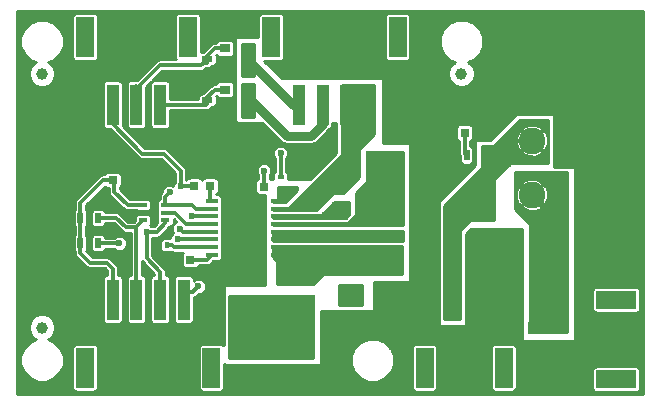
<source format=gbr>
G04 #@! TF.FileFunction,Copper,L1,Top,Signal*
%FSLAX46Y46*%
G04 Gerber Fmt 4.6, Leading zero omitted, Abs format (unit mm)*
G04 Created by KiCad (PCBNEW 4.0.7) date 04/07/18 18:35:28*
%MOMM*%
%LPD*%
G01*
G04 APERTURE LIST*
%ADD10C,0.100000*%
%ADD11R,0.750000X0.400000*%
%ADD12C,0.600000*%
%ADD13R,1.500000X1.950000*%
%ADD14R,1.000000X3.500000*%
%ADD15R,1.500000X3.400000*%
%ADD16R,0.800000X0.750000*%
%ADD17R,1.000000X1.600000*%
%ADD18R,3.000000X1.000000*%
%ADD19R,0.750000X0.800000*%
%ADD20R,0.600000X0.400000*%
%ADD21R,0.400000X0.600000*%
%ADD22C,1.000000*%
%ADD23C,2.250000*%
%ADD24R,1.050000X0.450000*%
%ADD25R,1.470000X0.895000*%
%ADD26R,1.390000X1.400000*%
%ADD27R,3.360000X4.860000*%
%ADD28R,0.800000X0.800000*%
%ADD29R,0.900000X0.800000*%
%ADD30R,3.200000X1.600000*%
%ADD31R,3.500000X1.000000*%
%ADD32R,3.400000X1.500000*%
%ADD33R,0.900000X0.500000*%
%ADD34R,0.500000X0.900000*%
%ADD35C,0.300000*%
%ADD36C,0.500000*%
%ADD37C,0.750000*%
%ADD38C,0.250000*%
G04 APERTURE END LIST*
D10*
D11*
X12950000Y15750000D03*
X11050000Y16400000D03*
X11050000Y15100000D03*
X11050000Y15750000D03*
X12950000Y15100000D03*
X12950000Y16400000D03*
D12*
X9900000Y15500000D03*
X32400000Y13800000D03*
X28000000Y9100000D03*
X28000000Y8250000D03*
D13*
X39500000Y15975000D03*
X39500000Y13225000D03*
D12*
X24250000Y21000000D03*
X15250000Y26250000D03*
X15250000Y27050000D03*
X17900000Y22650000D03*
X17900000Y21850000D03*
X17100000Y21850000D03*
X17100000Y22650000D03*
X15500000Y22650000D03*
X15500000Y21850000D03*
X16300000Y21850000D03*
X16300000Y22650000D03*
X10100000Y31000000D03*
X10100000Y30200000D03*
X9300000Y30200000D03*
X9300000Y31000000D03*
X10900000Y31000000D03*
X10900000Y30200000D03*
X11700000Y30200000D03*
X11700000Y31000000D03*
D14*
X12500000Y24875000D03*
X10500000Y24875000D03*
X8500000Y24875000D03*
D15*
X14850000Y30625000D03*
X6150000Y30625000D03*
D12*
X10400000Y19900000D03*
X32400000Y21900000D03*
X31650000Y21900000D03*
X37250000Y13400000D03*
X37250000Y11800000D03*
X37250000Y12600000D03*
X37250000Y11000000D03*
X21150000Y4650000D03*
X26500000Y15550000D03*
X27300000Y16350000D03*
X38000000Y3750000D03*
X38800000Y3750000D03*
X38800000Y4550000D03*
X38000000Y4550000D03*
X18250000Y19350000D03*
X7600000Y16800000D03*
X12400000Y19900000D03*
X33975000Y19050000D03*
X33975000Y18250000D03*
X34775000Y18250000D03*
X34775000Y19050000D03*
X34775000Y20650000D03*
X34775000Y19850000D03*
X33975000Y19850000D03*
X33975000Y20650000D03*
X34800000Y15850000D03*
X34800000Y15050000D03*
X34000000Y15050000D03*
X34000000Y15850000D03*
X42200000Y11100000D03*
X42200000Y11900000D03*
X41400000Y11900000D03*
X41400000Y11100000D03*
X41400000Y9500000D03*
X41400000Y10300000D03*
X42200000Y10300000D03*
X42200000Y9500000D03*
X34000000Y17450000D03*
X34000000Y16650000D03*
X34800000Y16650000D03*
X34800000Y17450000D03*
X29900000Y31400000D03*
X29900000Y30600000D03*
X29100000Y30600000D03*
X29100000Y31400000D03*
X27500000Y31400000D03*
X27500000Y30600000D03*
X28300000Y30600000D03*
X28300000Y31400000D03*
X28300000Y29800000D03*
X28300000Y29000000D03*
X27500000Y29000000D03*
X27500000Y29800000D03*
X29100000Y29800000D03*
X29100000Y29000000D03*
X29900000Y29000000D03*
X29900000Y29800000D03*
X33400000Y7150000D03*
X33400000Y6350000D03*
X32600000Y6350000D03*
X32600000Y7150000D03*
X31000000Y7150000D03*
X31000000Y6350000D03*
X31800000Y6350000D03*
X31800000Y7150000D03*
X12100000Y4700000D03*
X12100000Y3900000D03*
X11300000Y3900000D03*
X11300000Y4700000D03*
X9700000Y4700000D03*
X9700000Y3900000D03*
X10500000Y3900000D03*
X10500000Y4700000D03*
X10500000Y3100000D03*
X10500000Y2300000D03*
X9700000Y2300000D03*
X9700000Y3100000D03*
X11300000Y3100000D03*
X11300000Y2300000D03*
X12100000Y2300000D03*
X12100000Y3100000D03*
X20350000Y4650000D03*
X19550000Y4650000D03*
X19550000Y3850000D03*
X20350000Y3850000D03*
X21150000Y3850000D03*
X18250000Y17750000D03*
X18250000Y18550000D03*
X19200000Y13300000D03*
X19200000Y12500000D03*
X18400000Y12500000D03*
X18400000Y13300000D03*
X20000000Y13300000D03*
X20000000Y12500000D03*
X20800000Y12500000D03*
X20800000Y13300000D03*
X50500000Y28950000D03*
X50500000Y28150000D03*
X49700000Y28150000D03*
X49700000Y28950000D03*
X48100000Y28950000D03*
X48100000Y28150000D03*
X48900000Y28150000D03*
X48900000Y28950000D03*
X48900000Y30550000D03*
X48900000Y29750000D03*
X48100000Y29750000D03*
X48100000Y30550000D03*
X49700000Y30550000D03*
X49700000Y29750000D03*
X50500000Y29750000D03*
X50500000Y30550000D03*
X4250000Y22900000D03*
X4250000Y22100000D03*
X3450000Y22100000D03*
X3450000Y22900000D03*
X1850000Y22900000D03*
X1850000Y22100000D03*
X2650000Y22100000D03*
X2650000Y22900000D03*
X2650000Y21300000D03*
X2650000Y20500000D03*
X1850000Y20500000D03*
X1850000Y21300000D03*
X3450000Y21300000D03*
X3450000Y20500000D03*
X4250000Y20500000D03*
X4250000Y21300000D03*
X4250000Y10200000D03*
X4250000Y9400000D03*
X3450000Y9400000D03*
X3450000Y10200000D03*
X1850000Y10200000D03*
X1850000Y9400000D03*
X2650000Y9400000D03*
X2650000Y10200000D03*
X2650000Y11800000D03*
X2650000Y11000000D03*
X1850000Y11000000D03*
X1850000Y11800000D03*
X3450000Y11800000D03*
X3450000Y11000000D03*
X4250000Y11000000D03*
X4250000Y11800000D03*
X16700000Y11050000D03*
X17500000Y11050000D03*
X17500000Y10250000D03*
X25050000Y21000000D03*
X16700000Y10250000D03*
X51500000Y6250000D03*
X51500000Y5450000D03*
X50700000Y5450000D03*
X50700000Y6250000D03*
X49100000Y6250000D03*
X49100000Y5450000D03*
X49900000Y5450000D03*
X49900000Y6250000D03*
X49900000Y4650000D03*
X49900000Y3850000D03*
X49100000Y3850000D03*
X49100000Y4650000D03*
X50700000Y4650000D03*
X50700000Y3850000D03*
X51500000Y3850000D03*
X51500000Y4650000D03*
X20800000Y15000000D03*
X20800000Y14200000D03*
X20000000Y14200000D03*
X20000000Y15000000D03*
X18400000Y15000000D03*
X18400000Y14200000D03*
X19200000Y14200000D03*
X19200000Y15000000D03*
X19200000Y16600000D03*
X19200000Y15800000D03*
X18400000Y15800000D03*
X18400000Y16600000D03*
X20000000Y16600000D03*
X20000000Y15800000D03*
X20800000Y15800000D03*
X20800000Y16600000D03*
X28100000Y15550000D03*
X27300000Y15550000D03*
X28100000Y16350000D03*
X29200000Y13800000D03*
X31600000Y13800000D03*
X30000000Y13800000D03*
X30800000Y13800000D03*
D16*
X15050000Y11750000D03*
X13550000Y11750000D03*
D17*
X29250000Y8750000D03*
X32250000Y8750000D03*
D18*
X19750000Y5950000D03*
X19750000Y10550000D03*
D19*
X16750000Y18000000D03*
X16750000Y19500000D03*
D16*
X21300000Y17950000D03*
X19800000Y17950000D03*
D20*
X23950000Y17850000D03*
X23950000Y18750000D03*
X22700000Y18750000D03*
X22700000Y17850000D03*
D21*
X12150000Y13000000D03*
X13050000Y13000000D03*
D22*
X2500000Y6000000D03*
X38000000Y27500000D03*
X2500000Y27500000D03*
D23*
X44000000Y21850000D03*
X44000000Y17250000D03*
D24*
X22425000Y12175000D03*
X22425000Y12825000D03*
X22425000Y13475000D03*
X22425000Y14125000D03*
X22425000Y14775000D03*
X22425000Y15425000D03*
X22425000Y16075000D03*
X22425000Y16725000D03*
X16875000Y16725000D03*
X16875000Y16075000D03*
X16875000Y15425000D03*
X16875000Y14775000D03*
X16875000Y14125000D03*
X16875000Y13475000D03*
X16875000Y12825000D03*
X16875000Y12175000D03*
D25*
X18915000Y15792500D03*
X18915000Y14897500D03*
X18915000Y14002500D03*
X18915000Y13107500D03*
X20385000Y15792500D03*
X20385000Y14897500D03*
X20385000Y14002500D03*
X20385000Y13107500D03*
D26*
X24820000Y10356000D03*
D27*
X23900000Y6374000D03*
D26*
X22980000Y10356000D03*
D28*
X38300000Y22500000D03*
X39900000Y22500000D03*
D19*
X15400000Y18000000D03*
X15400000Y19500000D03*
D29*
X18000000Y26150000D03*
X18000000Y24250000D03*
X20000000Y25200000D03*
X18000000Y29650000D03*
X18000000Y27750000D03*
X20000000Y28700000D03*
D30*
X31500000Y20200000D03*
X31500000Y11300000D03*
D14*
X30250000Y24875000D03*
X28250000Y24875000D03*
X26250000Y24875000D03*
X24250000Y24875000D03*
D15*
X32600000Y30625000D03*
X21900000Y30625000D03*
D14*
X8500000Y8375000D03*
X10500000Y8375000D03*
X12500000Y8375000D03*
X14500000Y8375000D03*
D15*
X6150000Y2625000D03*
X16850000Y2625000D03*
D31*
X45375000Y4000000D03*
X45375000Y6000000D03*
D32*
X51125000Y1650000D03*
X51125000Y8350000D03*
D14*
X37250000Y8375000D03*
X39250000Y8375000D03*
D15*
X34900000Y2625000D03*
X41600000Y2625000D03*
D16*
X8500000Y18500000D03*
X10000000Y18500000D03*
D33*
X16500000Y25250000D03*
X16500000Y23750000D03*
X16500000Y28750000D03*
X16500000Y27250000D03*
D34*
X38450000Y20600000D03*
X39950000Y20600000D03*
X7250000Y15300000D03*
X5750000Y15300000D03*
X7250000Y13150000D03*
X5750000Y13150000D03*
D12*
X15750000Y9500000D03*
X14000000Y13550000D03*
X14250000Y18000000D03*
X15200000Y15450000D03*
X11350000Y14100000D03*
X9050000Y13150000D03*
X22700000Y20800000D03*
X13300000Y17450000D03*
X14150000Y14400000D03*
X21300000Y19300000D03*
D35*
X17900000Y27750000D02*
X17500000Y27750000D01*
X17500000Y27750000D02*
X17300000Y27550000D01*
X17300000Y27550000D02*
X16500000Y27550000D01*
X17900000Y24250000D02*
X17500000Y24250000D01*
X17500000Y24250000D02*
X17300000Y24050000D01*
X17300000Y24050000D02*
X16500000Y24050000D01*
X23950000Y18750000D02*
X23950000Y20700000D01*
X23950000Y20700000D02*
X24250000Y21000000D01*
X39250000Y8375000D02*
X39250000Y10750000D01*
X39500000Y11000000D02*
X39500000Y13225000D01*
X39250000Y10750000D02*
X39500000Y11000000D01*
X45375000Y4000000D02*
X43750000Y4000000D01*
X43750000Y4000000D02*
X41750000Y6000000D01*
X41750000Y6000000D02*
X41750000Y7000000D01*
X41750000Y7000000D02*
X40375000Y8375000D01*
X40375000Y8375000D02*
X39250000Y8375000D01*
X18915000Y14092500D02*
X18915000Y13197500D01*
X18915000Y13197500D02*
X18915000Y12302500D01*
X18915000Y12302500D02*
X20385000Y12302500D01*
X20385000Y14092500D02*
X20385000Y13197500D01*
X20385000Y13197500D02*
X20385000Y12302500D01*
X15400000Y19500000D02*
X15150000Y19500000D01*
X13550000Y11750000D02*
X12600000Y11750000D01*
X12150000Y12200000D02*
X12400000Y11950000D01*
X12150000Y12200000D02*
X12150000Y13000000D01*
X12600000Y11750000D02*
X12400000Y11950000D01*
X18915000Y14002500D02*
X18915000Y13107500D01*
X20385000Y10935000D02*
X20000000Y10550000D01*
X20385000Y14002500D02*
X20385000Y13107500D01*
X20385000Y14897500D02*
X20385000Y14002500D01*
X20385000Y15792500D02*
X20385000Y14897500D01*
X18915000Y14002500D02*
X20385000Y14002500D01*
X18915000Y14897500D02*
X18915000Y14002500D01*
X18915000Y15792500D02*
X18915000Y14897500D01*
X20385000Y15792500D02*
X18915000Y15792500D01*
X19800000Y16377500D02*
X20385000Y15792500D01*
X11050000Y15750000D02*
X10000000Y15750000D01*
X10000000Y15750000D02*
X9900000Y15650000D01*
X39800000Y22600000D02*
X39950000Y22750000D01*
X20000000Y5950000D02*
X23424000Y5950000D01*
X23424000Y5950000D02*
X24250000Y5124000D01*
X15050000Y11750000D02*
X16450000Y11750000D01*
X16450000Y11750000D02*
X16875000Y12175000D01*
X22425000Y12175000D02*
X23330000Y12175000D01*
X23200000Y12200000D02*
X23330000Y12200000D01*
X23305000Y12200000D02*
X23200000Y12200000D01*
X23330000Y12175000D02*
X23305000Y12200000D01*
X22425000Y12825000D02*
X22425000Y12175000D01*
X23330000Y12200000D02*
X23330000Y12420000D01*
X23330000Y12420000D02*
X22925000Y12825000D01*
X22925000Y12825000D02*
X22425000Y12825000D01*
X22700000Y17850000D02*
X23950000Y17850000D01*
X13050000Y13000000D02*
X13500000Y13000000D01*
X13675000Y12825000D02*
X16875000Y12825000D01*
X13500000Y13000000D02*
X13675000Y12825000D01*
D36*
X45375000Y6000000D02*
X45375000Y15875000D01*
X45375000Y15875000D02*
X44000000Y17250000D01*
D35*
X16750000Y18000000D02*
X16750000Y16850000D01*
X16750000Y16850000D02*
X16875000Y16725000D01*
X38300000Y22500000D02*
X38300000Y20750000D01*
X38300000Y20750000D02*
X38450000Y20600000D01*
X38250000Y22450000D02*
X38300000Y22500000D01*
X16875000Y13475000D02*
X14075000Y13475000D01*
X15275000Y9025000D02*
X14500000Y9025000D01*
X15750000Y9500000D02*
X15275000Y9025000D01*
X14075000Y13475000D02*
X14000000Y13550000D01*
X14500000Y9150000D02*
X14500000Y9025000D01*
X8500000Y24875000D02*
X8500000Y23250000D01*
X8500000Y23250000D02*
X11000000Y20750000D01*
X11000000Y20750000D02*
X12800000Y20750000D01*
X12800000Y20750000D02*
X14250000Y19300000D01*
X14250000Y19300000D02*
X14250000Y18000000D01*
X16875000Y15425000D02*
X15225000Y15425000D01*
X14250000Y18000000D02*
X15400000Y18000000D01*
X15225000Y15425000D02*
X15200000Y15450000D01*
X5750000Y15300000D02*
X5750000Y16550000D01*
X7700000Y18500000D02*
X8500000Y18500000D01*
X5750000Y16550000D02*
X7700000Y18500000D01*
X5750000Y13150000D02*
X5750000Y15300000D01*
X8500000Y8375000D02*
X8500000Y11000000D01*
X5750000Y12350000D02*
X5750000Y13150000D01*
X6600000Y11500000D02*
X5750000Y12350000D01*
X8000000Y11500000D02*
X6600000Y11500000D01*
X8500000Y11000000D02*
X8000000Y11500000D01*
X9750000Y16400000D02*
X11050000Y16400000D01*
X8625000Y17525000D02*
X9750000Y16400000D01*
X8625000Y18500000D02*
X8625000Y17525000D01*
X12500000Y9025000D02*
X12500000Y10750000D01*
X12500000Y10750000D02*
X11350000Y11900000D01*
X11350000Y11900000D02*
X11350000Y14100000D01*
X7450000Y13150000D02*
X9050000Y13150000D01*
X12950000Y14850000D02*
X12950000Y15100000D01*
X12200000Y14100000D02*
X12950000Y14850000D01*
X11350000Y14100000D02*
X12200000Y14100000D01*
X7450000Y15300000D02*
X8800000Y15300000D01*
X9600000Y14500000D02*
X10500000Y14500000D01*
X8800000Y15300000D02*
X9600000Y14500000D01*
X10500000Y9025000D02*
X10500000Y14500000D01*
X10500000Y14500000D02*
X10500000Y14550000D01*
X10500000Y14550000D02*
X11050000Y15100000D01*
X22700000Y20800000D02*
X22700000Y18750000D01*
X16875000Y14125000D02*
X14425000Y14125000D01*
X12950000Y17100000D02*
X12950000Y16400000D01*
X13300000Y17450000D02*
X12950000Y17100000D01*
X14425000Y14125000D02*
X14150000Y14400000D01*
X12950000Y16400000D02*
X15200000Y16400000D01*
X15525000Y16075000D02*
X16875000Y16075000D01*
X15200000Y16400000D02*
X15525000Y16075000D01*
X12950000Y15750000D02*
X13750000Y15750000D01*
X14725000Y14775000D02*
X16875000Y14775000D01*
X13750000Y15750000D02*
X14725000Y14775000D01*
X29250000Y8750000D02*
X28350000Y8750000D01*
X28350000Y8750000D02*
X28000000Y9100000D01*
X37250000Y8375000D02*
X37250000Y11000000D01*
X39500000Y15975000D02*
X38725000Y15975000D01*
X37250000Y14500000D02*
X37250000Y8375000D01*
X38725000Y15975000D02*
X37250000Y14500000D01*
X39500000Y15975000D02*
X39500000Y17750000D01*
X40150000Y18400000D02*
X40150000Y20600000D01*
X39500000Y17750000D02*
X40150000Y18400000D01*
X40150000Y20600000D02*
X41100000Y20600000D01*
X42350000Y21850000D02*
X44000000Y21850000D01*
X41100000Y20600000D02*
X42350000Y21850000D01*
X29250000Y8750000D02*
X28750000Y8750000D01*
X21300000Y17950000D02*
X21300000Y19300000D01*
D37*
X26250000Y24875000D02*
X26250000Y23250000D01*
X26250000Y23250000D02*
X25250000Y22250000D01*
X25250000Y22250000D02*
X23250000Y22250000D01*
X23250000Y22250000D02*
X20300000Y25200000D01*
X20300000Y25200000D02*
X19900000Y25200000D01*
X24250000Y24875000D02*
X23725000Y24875000D01*
X23725000Y24875000D02*
X19900000Y28700000D01*
D35*
X12500000Y24875000D02*
X16425000Y24875000D01*
X16425000Y24875000D02*
X16500000Y24950000D01*
X16500000Y24950000D02*
X16500000Y25500000D01*
X17150000Y26150000D02*
X17900000Y26150000D01*
X16500000Y25500000D02*
X17150000Y26150000D01*
X10500000Y24875000D02*
X10500000Y26250000D01*
X10500000Y26250000D02*
X12500000Y28250000D01*
X16000000Y28250000D02*
X16200000Y28450000D01*
X12500000Y28250000D02*
X16000000Y28250000D01*
X16200000Y28450000D02*
X16500000Y28450000D01*
X16500000Y28450000D02*
X16500000Y29000000D01*
X17150000Y29650000D02*
X17900000Y29650000D01*
X16500000Y29000000D02*
X17150000Y29650000D01*
X10500000Y24875000D02*
X10500000Y26500000D01*
D38*
G36*
X25475000Y3475000D02*
X18375000Y3475000D01*
X18375000Y8675000D01*
X25475000Y8675000D01*
X25475000Y3475000D01*
X25475000Y3475000D01*
G37*
X25475000Y3475000D02*
X18375000Y3475000D01*
X18375000Y8675000D01*
X25475000Y8675000D01*
X25475000Y3475000D01*
G36*
X32975000Y10525000D02*
X26300000Y10525000D01*
X26251368Y10515152D01*
X26211612Y10488388D01*
X25448224Y9725000D01*
X22425000Y9725000D01*
X22425000Y11550000D01*
X22415152Y11598632D01*
X22388388Y11638388D01*
X22025000Y12001776D01*
X22025000Y12918633D01*
X22950000Y12918633D01*
X22983838Y12925000D01*
X32975000Y12925000D01*
X32975000Y10525000D01*
X32975000Y10525000D01*
G37*
X32975000Y10525000D02*
X26300000Y10525000D01*
X26251368Y10515152D01*
X26211612Y10488388D01*
X25448224Y9725000D01*
X22425000Y9725000D01*
X22425000Y11550000D01*
X22415152Y11598632D01*
X22388388Y11638388D01*
X22025000Y12001776D01*
X22025000Y12918633D01*
X22950000Y12918633D01*
X22983838Y12925000D01*
X32975000Y12925000D01*
X32975000Y10525000D01*
G36*
X33025000Y13375000D02*
X22981441Y13375000D01*
X22950000Y13381367D01*
X22025000Y13381367D01*
X22025000Y14218633D01*
X22950000Y14218633D01*
X22983838Y14225000D01*
X33025000Y14225000D01*
X33025000Y13375000D01*
X33025000Y13375000D01*
G37*
X33025000Y13375000D02*
X22981441Y13375000D01*
X22950000Y13381367D01*
X22025000Y13381367D01*
X22025000Y14218633D01*
X22950000Y14218633D01*
X22983838Y14225000D01*
X33025000Y14225000D01*
X33025000Y13375000D01*
G36*
X33025000Y14675000D02*
X22981441Y14675000D01*
X22950000Y14681367D01*
X22025000Y14681367D01*
X22025000Y14868633D01*
X22950000Y14868633D01*
X22983838Y14875000D01*
X28350000Y14875000D01*
X28398632Y14884848D01*
X28438388Y14911612D01*
X29088388Y15561612D01*
X29115813Y15602963D01*
X29125000Y15650000D01*
X29125000Y17448224D01*
X29988388Y18311612D01*
X30015813Y18352963D01*
X30025000Y18400000D01*
X30025000Y20335466D01*
X30042026Y20334005D01*
X30089219Y20349329D01*
X30126732Y20381808D01*
X30148654Y20426322D01*
X30149447Y20486885D01*
X30057911Y20875000D01*
X33025000Y20875000D01*
X33025000Y14675000D01*
X33025000Y14675000D01*
G37*
X33025000Y14675000D02*
X22981441Y14675000D01*
X22950000Y14681367D01*
X22025000Y14681367D01*
X22025000Y14868633D01*
X22950000Y14868633D01*
X22983838Y14875000D01*
X28350000Y14875000D01*
X28398632Y14884848D01*
X28438388Y14911612D01*
X29088388Y15561612D01*
X29115813Y15602963D01*
X29125000Y15650000D01*
X29125000Y17448224D01*
X29988388Y18311612D01*
X30015813Y18352963D01*
X30025000Y18400000D01*
X30025000Y20335466D01*
X30042026Y20334005D01*
X30089219Y20349329D01*
X30126732Y20381808D01*
X30148654Y20426322D01*
X30149447Y20486885D01*
X30057911Y20875000D01*
X33025000Y20875000D01*
X33025000Y14675000D01*
G36*
X28525000Y15601776D02*
X28248224Y15325000D01*
X22981441Y15325000D01*
X22950000Y15331367D01*
X22025000Y15331367D01*
X22025000Y15518633D01*
X22950000Y15518633D01*
X22983838Y15525000D01*
X26100000Y15525000D01*
X26148632Y15534848D01*
X26188388Y15561612D01*
X27301776Y16675000D01*
X28525000Y16675000D01*
X28525000Y15601776D01*
X28525000Y15601776D01*
G37*
X28525000Y15601776D02*
X28248224Y15325000D01*
X22981441Y15325000D01*
X22950000Y15331367D01*
X22025000Y15331367D01*
X22025000Y15518633D01*
X22950000Y15518633D01*
X22983838Y15525000D01*
X26100000Y15525000D01*
X26148632Y15534848D01*
X26188388Y15561612D01*
X27301776Y16675000D01*
X28525000Y16675000D01*
X28525000Y15601776D01*
G36*
X20475000Y27275000D02*
X19475000Y27275000D01*
X19475000Y30025000D01*
X20475000Y30025000D01*
X20475000Y27275000D01*
X20475000Y27275000D01*
G37*
X20475000Y27275000D02*
X19475000Y27275000D01*
X19475000Y30025000D01*
X20475000Y30025000D01*
X20475000Y27275000D01*
G36*
X20475000Y23875000D02*
X19475000Y23875000D01*
X19475000Y26625000D01*
X20475000Y26625000D01*
X20475000Y23875000D01*
X20475000Y23875000D01*
G37*
X20475000Y23875000D02*
X19475000Y23875000D01*
X19475000Y26625000D01*
X20475000Y26625000D01*
X20475000Y23875000D01*
G36*
X30625000Y22401776D02*
X29411612Y21188388D01*
X29384187Y21147037D01*
X29375000Y21100000D01*
X29375000Y18801776D01*
X27948224Y17375000D01*
X27150000Y17375000D01*
X27101368Y17365152D01*
X27061612Y17338388D01*
X25698224Y15975000D01*
X22981441Y15975000D01*
X22950000Y15981367D01*
X22025000Y15981367D01*
X22025000Y16168633D01*
X22950000Y16168633D01*
X22983838Y16175000D01*
X23400000Y16175000D01*
X23448632Y16184848D01*
X23488388Y16211612D01*
X27838388Y20561612D01*
X27865813Y20602963D01*
X27875000Y20650000D01*
X27875000Y26525000D01*
X30625000Y26525000D01*
X30625000Y22401776D01*
X30625000Y22401776D01*
G37*
X30625000Y22401776D02*
X29411612Y21188388D01*
X29384187Y21147037D01*
X29375000Y21100000D01*
X29375000Y18801776D01*
X27948224Y17375000D01*
X27150000Y17375000D01*
X27101368Y17365152D01*
X27061612Y17338388D01*
X25698224Y15975000D01*
X22981441Y15975000D01*
X22950000Y15981367D01*
X22025000Y15981367D01*
X22025000Y16168633D01*
X22950000Y16168633D01*
X22983838Y16175000D01*
X23400000Y16175000D01*
X23448632Y16184848D01*
X23488388Y16211612D01*
X27838388Y20561612D01*
X27865813Y20602963D01*
X27875000Y20650000D01*
X27875000Y26525000D01*
X30625000Y26525000D01*
X30625000Y22401776D01*
G36*
X45375000Y19925000D02*
X42200000Y19925000D01*
X42151368Y19915152D01*
X42111612Y19888388D01*
X40811612Y18588388D01*
X40784187Y18547037D01*
X40775000Y18500000D01*
X40775000Y15125000D01*
X38800000Y15125000D01*
X38751368Y15115152D01*
X38711612Y15088388D01*
X37911612Y14288388D01*
X37884187Y14247037D01*
X37875000Y14200000D01*
X37875000Y6725000D01*
X36575000Y6725000D01*
X36575000Y16298224D01*
X39688388Y19411612D01*
X39715813Y19452963D01*
X39725000Y19500000D01*
X39725000Y20898969D01*
X43084324Y20898969D01*
X43211303Y20721919D01*
X43703037Y20505967D01*
X44239981Y20494633D01*
X44740390Y20689641D01*
X44788697Y20721919D01*
X44915676Y20898969D01*
X44000000Y21814645D01*
X43084324Y20898969D01*
X39725000Y20898969D01*
X39725000Y21375000D01*
X40700000Y21375000D01*
X40748632Y21384848D01*
X40788388Y21411612D01*
X40986795Y21610019D01*
X42644633Y21610019D01*
X42839641Y21109610D01*
X42871919Y21061303D01*
X43048969Y20934324D01*
X43964645Y21850000D01*
X44035355Y21850000D01*
X44951031Y20934324D01*
X45128081Y21061303D01*
X45344033Y21553037D01*
X45355367Y22089981D01*
X45160359Y22590390D01*
X45128081Y22638697D01*
X44951031Y22765676D01*
X44035355Y21850000D01*
X43964645Y21850000D01*
X43048969Y22765676D01*
X42871919Y22638697D01*
X42655967Y22146963D01*
X42644633Y21610019D01*
X40986795Y21610019D01*
X42177807Y22801031D01*
X43084324Y22801031D01*
X44000000Y21885355D01*
X44915676Y22801031D01*
X44788697Y22978081D01*
X44296963Y23194033D01*
X43760019Y23205367D01*
X43259610Y23010359D01*
X43211303Y22978081D01*
X43084324Y22801031D01*
X42177807Y22801031D01*
X42951776Y23575000D01*
X45375000Y23575000D01*
X45375000Y19925000D01*
X45375000Y19925000D01*
G37*
X45375000Y19925000D02*
X42200000Y19925000D01*
X42151368Y19915152D01*
X42111612Y19888388D01*
X40811612Y18588388D01*
X40784187Y18547037D01*
X40775000Y18500000D01*
X40775000Y15125000D01*
X38800000Y15125000D01*
X38751368Y15115152D01*
X38711612Y15088388D01*
X37911612Y14288388D01*
X37884187Y14247037D01*
X37875000Y14200000D01*
X37875000Y6725000D01*
X36575000Y6725000D01*
X36575000Y16298224D01*
X39688388Y19411612D01*
X39715813Y19452963D01*
X39725000Y19500000D01*
X39725000Y20898969D01*
X43084324Y20898969D01*
X43211303Y20721919D01*
X43703037Y20505967D01*
X44239981Y20494633D01*
X44740390Y20689641D01*
X44788697Y20721919D01*
X44915676Y20898969D01*
X44000000Y21814645D01*
X43084324Y20898969D01*
X39725000Y20898969D01*
X39725000Y21375000D01*
X40700000Y21375000D01*
X40748632Y21384848D01*
X40788388Y21411612D01*
X40986795Y21610019D01*
X42644633Y21610019D01*
X42839641Y21109610D01*
X42871919Y21061303D01*
X43048969Y20934324D01*
X43964645Y21850000D01*
X44035355Y21850000D01*
X44951031Y20934324D01*
X45128081Y21061303D01*
X45344033Y21553037D01*
X45355367Y22089981D01*
X45160359Y22590390D01*
X45128081Y22638697D01*
X44951031Y22765676D01*
X44035355Y21850000D01*
X43964645Y21850000D01*
X43048969Y22765676D01*
X42871919Y22638697D01*
X42655967Y22146963D01*
X42644633Y21610019D01*
X40986795Y21610019D01*
X42177807Y22801031D01*
X43084324Y22801031D01*
X44000000Y21885355D01*
X44915676Y22801031D01*
X44788697Y22978081D01*
X44296963Y23194033D01*
X43760019Y23205367D01*
X43259610Y23010359D01*
X43211303Y22978081D01*
X43084324Y22801031D01*
X42177807Y22801031D01*
X42951776Y23575000D01*
X45375000Y23575000D01*
X45375000Y19925000D01*
G36*
X46975000Y5625000D02*
X43825000Y5625000D01*
X43825000Y14700000D01*
X43815152Y14748632D01*
X43788388Y14788388D01*
X42525000Y16051776D01*
X42525000Y16298969D01*
X43084324Y16298969D01*
X43211303Y16121919D01*
X43703037Y15905967D01*
X44239981Y15894633D01*
X44740390Y16089641D01*
X44788697Y16121919D01*
X44915676Y16298969D01*
X44000000Y17214645D01*
X43084324Y16298969D01*
X42525000Y16298969D01*
X42525000Y17010019D01*
X42644633Y17010019D01*
X42839641Y16509610D01*
X42871919Y16461303D01*
X43048969Y16334324D01*
X43964645Y17250000D01*
X44035355Y17250000D01*
X44951031Y16334324D01*
X45128081Y16461303D01*
X45344033Y16953037D01*
X45355367Y17489981D01*
X45160359Y17990390D01*
X45128081Y18038697D01*
X44951031Y18165676D01*
X44035355Y17250000D01*
X43964645Y17250000D01*
X43048969Y18165676D01*
X42871919Y18038697D01*
X42655967Y17546963D01*
X42644633Y17010019D01*
X42525000Y17010019D01*
X42525000Y18201031D01*
X43084324Y18201031D01*
X44000000Y17285355D01*
X44915676Y18201031D01*
X44788697Y18378081D01*
X44296963Y18594033D01*
X43760019Y18605367D01*
X43259610Y18410359D01*
X43211303Y18378081D01*
X43084324Y18201031D01*
X42525000Y18201031D01*
X42525000Y19175000D01*
X46975000Y19175000D01*
X46975000Y5625000D01*
X46975000Y5625000D01*
G37*
X46975000Y5625000D02*
X43825000Y5625000D01*
X43825000Y14700000D01*
X43815152Y14748632D01*
X43788388Y14788388D01*
X42525000Y16051776D01*
X42525000Y16298969D01*
X43084324Y16298969D01*
X43211303Y16121919D01*
X43703037Y15905967D01*
X44239981Y15894633D01*
X44740390Y16089641D01*
X44788697Y16121919D01*
X44915676Y16298969D01*
X44000000Y17214645D01*
X43084324Y16298969D01*
X42525000Y16298969D01*
X42525000Y17010019D01*
X42644633Y17010019D01*
X42839641Y16509610D01*
X42871919Y16461303D01*
X43048969Y16334324D01*
X43964645Y17250000D01*
X44035355Y17250000D01*
X44951031Y16334324D01*
X45128081Y16461303D01*
X45344033Y16953037D01*
X45355367Y17489981D01*
X45160359Y17990390D01*
X45128081Y18038697D01*
X44951031Y18165676D01*
X44035355Y17250000D01*
X43964645Y17250000D01*
X43048969Y18165676D01*
X42871919Y18038697D01*
X42655967Y17546963D01*
X42644633Y17010019D01*
X42525000Y17010019D01*
X42525000Y18201031D01*
X43084324Y18201031D01*
X44000000Y17285355D01*
X44915676Y18201031D01*
X44788697Y18378081D01*
X44296963Y18594033D01*
X43760019Y18605367D01*
X43259610Y18410359D01*
X43211303Y18378081D01*
X43084324Y18201031D01*
X42525000Y18201031D01*
X42525000Y19175000D01*
X46975000Y19175000D01*
X46975000Y5625000D01*
G36*
X29625000Y7925000D02*
X27625000Y7925000D01*
X27625000Y9575000D01*
X29625000Y9575000D01*
X29625000Y7925000D01*
X29625000Y7925000D01*
G37*
X29625000Y7925000D02*
X27625000Y7925000D01*
X27625000Y9575000D01*
X29625000Y9575000D01*
X29625000Y7925000D01*
G36*
X53350000Y400000D02*
X400000Y400000D01*
X400000Y2888578D01*
X674684Y2888578D01*
X951938Y2217571D01*
X1464871Y1703742D01*
X2135392Y1425317D01*
X2861422Y1424684D01*
X3532429Y1701938D01*
X4046258Y2214871D01*
X4324683Y2885392D01*
X4325316Y3611422D01*
X4048062Y4282429D01*
X4005566Y4325000D01*
X5068633Y4325000D01*
X5068633Y925000D01*
X5091295Y804562D01*
X5162474Y693947D01*
X5271080Y619740D01*
X5400000Y593633D01*
X6900000Y593633D01*
X7020438Y616295D01*
X7131053Y687474D01*
X7205260Y796080D01*
X7231367Y925000D01*
X7231367Y4325000D01*
X15768633Y4325000D01*
X15768633Y925000D01*
X15791295Y804562D01*
X15862474Y693947D01*
X15971080Y619740D01*
X16100000Y593633D01*
X17600000Y593633D01*
X17720438Y616295D01*
X17831053Y687474D01*
X17905260Y796080D01*
X17931367Y925000D01*
X17931367Y2898478D01*
X17954568Y2883549D01*
X18000000Y2875000D01*
X26000000Y2875000D01*
X26048632Y2884848D01*
X26054091Y2888578D01*
X28674684Y2888578D01*
X28951938Y2217571D01*
X29464871Y1703742D01*
X30135392Y1425317D01*
X30861422Y1424684D01*
X31532429Y1701938D01*
X32046258Y2214871D01*
X32324683Y2885392D01*
X32325316Y3611422D01*
X32048062Y4282429D01*
X32005566Y4325000D01*
X33818633Y4325000D01*
X33818633Y925000D01*
X33841295Y804562D01*
X33912474Y693947D01*
X34021080Y619740D01*
X34150000Y593633D01*
X35650000Y593633D01*
X35770438Y616295D01*
X35881053Y687474D01*
X35955260Y796080D01*
X35981367Y925000D01*
X35981367Y4325000D01*
X40518633Y4325000D01*
X40518633Y925000D01*
X40541295Y804562D01*
X40612474Y693947D01*
X40721080Y619740D01*
X40850000Y593633D01*
X42350000Y593633D01*
X42470438Y616295D01*
X42581053Y687474D01*
X42655260Y796080D01*
X42681367Y925000D01*
X42681367Y2400000D01*
X49093633Y2400000D01*
X49093633Y900000D01*
X49116295Y779562D01*
X49187474Y668947D01*
X49296080Y594740D01*
X49425000Y568633D01*
X52825000Y568633D01*
X52945438Y591295D01*
X53056053Y662474D01*
X53130260Y771080D01*
X53156367Y900000D01*
X53156367Y2400000D01*
X53133705Y2520438D01*
X53062526Y2631053D01*
X52953920Y2705260D01*
X52825000Y2731367D01*
X49425000Y2731367D01*
X49304562Y2708705D01*
X49193947Y2637526D01*
X49119740Y2528920D01*
X49093633Y2400000D01*
X42681367Y2400000D01*
X42681367Y4325000D01*
X42658705Y4445438D01*
X42587526Y4556053D01*
X42478920Y4630260D01*
X42350000Y4656367D01*
X40850000Y4656367D01*
X40729562Y4633705D01*
X40618947Y4562526D01*
X40544740Y4453920D01*
X40518633Y4325000D01*
X35981367Y4325000D01*
X35958705Y4445438D01*
X35887526Y4556053D01*
X35778920Y4630260D01*
X35650000Y4656367D01*
X34150000Y4656367D01*
X34029562Y4633705D01*
X33918947Y4562526D01*
X33844740Y4453920D01*
X33818633Y4325000D01*
X32005566Y4325000D01*
X31535129Y4796258D01*
X30864608Y5074683D01*
X30138578Y5075316D01*
X29467571Y4798062D01*
X28953742Y4285129D01*
X28675317Y3614608D01*
X28674684Y2888578D01*
X26054091Y2888578D01*
X26089601Y2912841D01*
X26116451Y2954568D01*
X26125000Y3000000D01*
X26125000Y7375000D01*
X30500000Y7375000D01*
X30548632Y7384848D01*
X30589601Y7412841D01*
X30616451Y7454568D01*
X30625000Y7500000D01*
X30625000Y9875000D01*
X33500000Y9875000D01*
X33548632Y9884848D01*
X33589601Y9912841D01*
X33616451Y9954568D01*
X33625000Y10000000D01*
X33625000Y16750000D01*
X36125000Y16750000D01*
X36125000Y6250000D01*
X36134848Y6201368D01*
X36162841Y6160399D01*
X36204568Y6133549D01*
X36250000Y6125000D01*
X38250000Y6125000D01*
X38298632Y6134848D01*
X38339601Y6162841D01*
X38366451Y6204568D01*
X38375000Y6250000D01*
X38375000Y13948224D01*
X38801776Y14375000D01*
X43125000Y14375000D01*
X43125000Y5000000D01*
X43134848Y4951368D01*
X43162841Y4910399D01*
X43204568Y4883549D01*
X43250000Y4875000D01*
X47500000Y4875000D01*
X47548632Y4884848D01*
X47589601Y4912841D01*
X47616451Y4954568D01*
X47625000Y5000000D01*
X47625000Y9100000D01*
X49093633Y9100000D01*
X49093633Y7600000D01*
X49116295Y7479562D01*
X49187474Y7368947D01*
X49296080Y7294740D01*
X49425000Y7268633D01*
X52825000Y7268633D01*
X52945438Y7291295D01*
X53056053Y7362474D01*
X53130260Y7471080D01*
X53156367Y7600000D01*
X53156367Y9100000D01*
X53133705Y9220438D01*
X53062526Y9331053D01*
X52953920Y9405260D01*
X52825000Y9431367D01*
X49425000Y9431367D01*
X49304562Y9408705D01*
X49193947Y9337526D01*
X49119740Y9228920D01*
X49093633Y9100000D01*
X47625000Y9100000D01*
X47625000Y19500000D01*
X47615152Y19548632D01*
X47587159Y19589601D01*
X47545432Y19616451D01*
X47500000Y19625000D01*
X45875000Y19625000D01*
X45875000Y24000000D01*
X45865152Y24048632D01*
X45837159Y24089601D01*
X45795432Y24116451D01*
X45750000Y24125000D01*
X42750000Y24125000D01*
X42701368Y24115152D01*
X42661612Y24088388D01*
X40448224Y21875000D01*
X39250000Y21875000D01*
X39201368Y21865152D01*
X39160399Y21837159D01*
X39133549Y21795432D01*
X39125000Y21750000D01*
X39125000Y19801776D01*
X36161612Y16838388D01*
X36134187Y16797037D01*
X36125000Y16750000D01*
X33625000Y16750000D01*
X33625000Y21500000D01*
X33615152Y21548632D01*
X33587159Y21589601D01*
X33545432Y21616451D01*
X33500000Y21625000D01*
X31375000Y21625000D01*
X31375000Y22900000D01*
X37568633Y22900000D01*
X37568633Y22100000D01*
X37591295Y21979562D01*
X37662474Y21868947D01*
X37771080Y21794740D01*
X37825000Y21783821D01*
X37825000Y20750000D01*
X37861157Y20568225D01*
X37868633Y20557036D01*
X37868633Y20150000D01*
X37891295Y20029562D01*
X37962474Y19918947D01*
X38071080Y19844740D01*
X38200000Y19818633D01*
X38700000Y19818633D01*
X38820438Y19841295D01*
X38931053Y19912474D01*
X39005260Y20021080D01*
X39031367Y20150000D01*
X39031367Y21050000D01*
X39008705Y21170438D01*
X38937526Y21281053D01*
X38828920Y21355260D01*
X38775000Y21366179D01*
X38775000Y21782745D01*
X38820438Y21791295D01*
X38931053Y21862474D01*
X39005260Y21971080D01*
X39031367Y22100000D01*
X39031367Y22900000D01*
X39008705Y23020438D01*
X38937526Y23131053D01*
X38828920Y23205260D01*
X38700000Y23231367D01*
X37900000Y23231367D01*
X37779562Y23208705D01*
X37668947Y23137526D01*
X37594740Y23028920D01*
X37568633Y22900000D01*
X31375000Y22900000D01*
X31375000Y27000000D01*
X31365152Y27048632D01*
X31337159Y27089601D01*
X31295432Y27116451D01*
X31250000Y27125000D01*
X22801776Y27125000D01*
X21333143Y28593633D01*
X22650000Y28593633D01*
X22770438Y28616295D01*
X22881053Y28687474D01*
X22955260Y28796080D01*
X22981367Y28925000D01*
X22981367Y32325000D01*
X31518633Y32325000D01*
X31518633Y28925000D01*
X31541295Y28804562D01*
X31612474Y28693947D01*
X31721080Y28619740D01*
X31850000Y28593633D01*
X33350000Y28593633D01*
X33470438Y28616295D01*
X33581053Y28687474D01*
X33655260Y28796080D01*
X33681367Y28925000D01*
X33681367Y29888578D01*
X36174684Y29888578D01*
X36451938Y29217571D01*
X36964871Y28703742D01*
X37464850Y28496132D01*
X37363571Y28454285D01*
X37046828Y28138093D01*
X36875196Y27724758D01*
X36874805Y27277205D01*
X37045715Y26863571D01*
X37361907Y26546828D01*
X37775242Y26375196D01*
X38222795Y26374805D01*
X38636429Y26545715D01*
X38953172Y26861907D01*
X39124804Y27275242D01*
X39125195Y27722795D01*
X38954285Y28136429D01*
X38638093Y28453172D01*
X38534487Y28496193D01*
X39032429Y28701938D01*
X39546258Y29214871D01*
X39824683Y29885392D01*
X39825316Y30611422D01*
X39548062Y31282429D01*
X39035129Y31796258D01*
X38364608Y32074683D01*
X37638578Y32075316D01*
X36967571Y31798062D01*
X36453742Y31285129D01*
X36175317Y30614608D01*
X36174684Y29888578D01*
X33681367Y29888578D01*
X33681367Y32325000D01*
X33658705Y32445438D01*
X33587526Y32556053D01*
X33478920Y32630260D01*
X33350000Y32656367D01*
X31850000Y32656367D01*
X31729562Y32633705D01*
X31618947Y32562526D01*
X31544740Y32453920D01*
X31518633Y32325000D01*
X22981367Y32325000D01*
X22958705Y32445438D01*
X22887526Y32556053D01*
X22778920Y32630260D01*
X22650000Y32656367D01*
X21150000Y32656367D01*
X21029562Y32633705D01*
X20918947Y32562526D01*
X20844740Y32453920D01*
X20818633Y32325000D01*
X20818633Y30625000D01*
X19000000Y30625000D01*
X18951368Y30615152D01*
X18910399Y30587159D01*
X18883549Y30545432D01*
X18875000Y30500000D01*
X18875000Y23500000D01*
X18884848Y23451368D01*
X18912841Y23410399D01*
X18954568Y23383549D01*
X19000000Y23375000D01*
X21135050Y23375000D01*
X22755025Y21755025D01*
X22982121Y21603284D01*
X23250000Y21550000D01*
X25250000Y21550000D01*
X25517879Y21603284D01*
X25744975Y21755025D01*
X26744972Y22755023D01*
X26744975Y22755025D01*
X26773759Y22798104D01*
X26870438Y22816295D01*
X26981053Y22887474D01*
X27055260Y22996080D01*
X27081367Y23125000D01*
X27081367Y23375000D01*
X27375000Y23375000D01*
X27375000Y20801776D01*
X25198224Y18625000D01*
X23331367Y18625000D01*
X23331367Y18950000D01*
X23308705Y19070438D01*
X23237526Y19181053D01*
X23175000Y19223775D01*
X23175000Y20391059D01*
X23229540Y20445504D01*
X23324891Y20675134D01*
X23325108Y20923775D01*
X23230158Y21153571D01*
X23054496Y21329540D01*
X22824866Y21424891D01*
X22576225Y21425108D01*
X22346429Y21330158D01*
X22170460Y21154496D01*
X22075109Y20924866D01*
X22074892Y20676225D01*
X22169842Y20446429D01*
X22225000Y20391175D01*
X22225000Y19223595D01*
X22168947Y19187526D01*
X22094740Y19078920D01*
X22068633Y18950000D01*
X22068633Y18625000D01*
X21836618Y18625000D01*
X21828920Y18630260D01*
X21775000Y18641179D01*
X21775000Y18891059D01*
X21829540Y18945504D01*
X21924891Y19175134D01*
X21925108Y19423775D01*
X21830158Y19653571D01*
X21654496Y19829540D01*
X21424866Y19924891D01*
X21176225Y19925108D01*
X20946429Y19830158D01*
X20770460Y19654496D01*
X20675109Y19424866D01*
X20674892Y19176225D01*
X20769842Y18946429D01*
X20825000Y18891175D01*
X20825000Y18642255D01*
X20779562Y18633705D01*
X20668947Y18562526D01*
X20594740Y18453920D01*
X20568633Y18325000D01*
X20568633Y17575000D01*
X20591295Y17454562D01*
X20662474Y17343947D01*
X20771080Y17269740D01*
X20900000Y17243633D01*
X21375000Y17243633D01*
X21375000Y9625000D01*
X18000000Y9625000D01*
X17951368Y9615152D01*
X17910399Y9587159D01*
X17883549Y9545432D01*
X17875000Y9500000D01*
X17875000Y4497817D01*
X17837526Y4556053D01*
X17728920Y4630260D01*
X17600000Y4656367D01*
X16100000Y4656367D01*
X15979562Y4633705D01*
X15868947Y4562526D01*
X15794740Y4453920D01*
X15768633Y4325000D01*
X7231367Y4325000D01*
X7208705Y4445438D01*
X7137526Y4556053D01*
X7028920Y4630260D01*
X6900000Y4656367D01*
X5400000Y4656367D01*
X5279562Y4633705D01*
X5168947Y4562526D01*
X5094740Y4453920D01*
X5068633Y4325000D01*
X4005566Y4325000D01*
X3535129Y4796258D01*
X3035150Y5003868D01*
X3136429Y5045715D01*
X3453172Y5361907D01*
X3624804Y5775242D01*
X3625195Y6222795D01*
X3454285Y6636429D01*
X3138093Y6953172D01*
X2724758Y7124804D01*
X2277205Y7125195D01*
X1863571Y6954285D01*
X1546828Y6638093D01*
X1375196Y6224758D01*
X1374805Y5777205D01*
X1545715Y5363571D01*
X1861907Y5046828D01*
X1965513Y5003807D01*
X1467571Y4798062D01*
X953742Y4285129D01*
X675317Y3614608D01*
X674684Y2888578D01*
X400000Y2888578D01*
X400000Y15750000D01*
X5168633Y15750000D01*
X5168633Y14850000D01*
X5191295Y14729562D01*
X5262474Y14618947D01*
X5275000Y14610388D01*
X5275000Y13841421D01*
X5268947Y13837526D01*
X5194740Y13728920D01*
X5168633Y13600000D01*
X5168633Y12700000D01*
X5191295Y12579562D01*
X5262474Y12468947D01*
X5275000Y12460388D01*
X5275000Y12350000D01*
X5311157Y12168225D01*
X5414124Y12014124D01*
X6264122Y11164127D01*
X6264124Y11164124D01*
X6304009Y11137474D01*
X6418226Y11061156D01*
X6600000Y11024999D01*
X6600005Y11025000D01*
X7803248Y11025000D01*
X8025000Y10803248D01*
X8025000Y10456367D01*
X8000000Y10456367D01*
X7879562Y10433705D01*
X7768947Y10362526D01*
X7694740Y10253920D01*
X7668633Y10125000D01*
X7668633Y6625000D01*
X7691295Y6504562D01*
X7762474Y6393947D01*
X7871080Y6319740D01*
X8000000Y6293633D01*
X9000000Y6293633D01*
X9120438Y6316295D01*
X9231053Y6387474D01*
X9305260Y6496080D01*
X9331367Y6625000D01*
X9331367Y10125000D01*
X9308705Y10245438D01*
X9237526Y10356053D01*
X9128920Y10430260D01*
X9000000Y10456367D01*
X8975000Y10456367D01*
X8975000Y10999995D01*
X8975001Y11000000D01*
X8940169Y11175109D01*
X8938843Y11181775D01*
X8835876Y11335876D01*
X8335876Y11835876D01*
X8181775Y11938843D01*
X8000000Y11975000D01*
X6796751Y11975000D01*
X6262806Y12508946D01*
X6305260Y12571080D01*
X6331367Y12700000D01*
X6331367Y13600000D01*
X6668633Y13600000D01*
X6668633Y12700000D01*
X6691295Y12579562D01*
X6762474Y12468947D01*
X6871080Y12394740D01*
X7000000Y12368633D01*
X7500000Y12368633D01*
X7620438Y12391295D01*
X7731053Y12462474D01*
X7805260Y12571080D01*
X7826304Y12675000D01*
X8641059Y12675000D01*
X8695504Y12620460D01*
X8925134Y12525109D01*
X9173775Y12524892D01*
X9403571Y12619842D01*
X9579540Y12795504D01*
X9674891Y13025134D01*
X9675108Y13273775D01*
X9580158Y13503571D01*
X9404496Y13679540D01*
X9174866Y13774891D01*
X8926225Y13775108D01*
X8696429Y13680158D01*
X8641175Y13625000D01*
X7826663Y13625000D01*
X7808705Y13720438D01*
X7737526Y13831053D01*
X7628920Y13905260D01*
X7500000Y13931367D01*
X7000000Y13931367D01*
X6879562Y13908705D01*
X6768947Y13837526D01*
X6694740Y13728920D01*
X6668633Y13600000D01*
X6331367Y13600000D01*
X6308705Y13720438D01*
X6237526Y13831053D01*
X6225000Y13839612D01*
X6225000Y14608579D01*
X6231053Y14612474D01*
X6305260Y14721080D01*
X6331367Y14850000D01*
X6331367Y15750000D01*
X6668633Y15750000D01*
X6668633Y14850000D01*
X6691295Y14729562D01*
X6762474Y14618947D01*
X6871080Y14544740D01*
X7000000Y14518633D01*
X7500000Y14518633D01*
X7620438Y14541295D01*
X7731053Y14612474D01*
X7805260Y14721080D01*
X7826304Y14825000D01*
X8603248Y14825000D01*
X9264124Y14164124D01*
X9418225Y14061157D01*
X9448384Y14055158D01*
X9600000Y14024999D01*
X9600005Y14025000D01*
X10025000Y14025000D01*
X10025000Y10456367D01*
X10000000Y10456367D01*
X9879562Y10433705D01*
X9768947Y10362526D01*
X9694740Y10253920D01*
X9668633Y10125000D01*
X9668633Y6625000D01*
X9691295Y6504562D01*
X9762474Y6393947D01*
X9871080Y6319740D01*
X10000000Y6293633D01*
X11000000Y6293633D01*
X11120438Y6316295D01*
X11231053Y6387474D01*
X11305260Y6496080D01*
X11331367Y6625000D01*
X11331367Y10125000D01*
X11308705Y10245438D01*
X11237526Y10356053D01*
X11128920Y10430260D01*
X11000000Y10456367D01*
X10975000Y10456367D01*
X10975000Y11622677D01*
X11014124Y11564124D01*
X12025000Y10553249D01*
X12025000Y10456367D01*
X12000000Y10456367D01*
X11879562Y10433705D01*
X11768947Y10362526D01*
X11694740Y10253920D01*
X11668633Y10125000D01*
X11668633Y6625000D01*
X11691295Y6504562D01*
X11762474Y6393947D01*
X11871080Y6319740D01*
X12000000Y6293633D01*
X13000000Y6293633D01*
X13120438Y6316295D01*
X13231053Y6387474D01*
X13305260Y6496080D01*
X13331367Y6625000D01*
X13331367Y10125000D01*
X13668633Y10125000D01*
X13668633Y6625000D01*
X13691295Y6504562D01*
X13762474Y6393947D01*
X13871080Y6319740D01*
X14000000Y6293633D01*
X15000000Y6293633D01*
X15120438Y6316295D01*
X15231053Y6387474D01*
X15305260Y6496080D01*
X15331367Y6625000D01*
X15331367Y8561212D01*
X15456775Y8586157D01*
X15610876Y8689124D01*
X15796711Y8874959D01*
X15873775Y8874892D01*
X16103571Y8969842D01*
X16279540Y9145504D01*
X16374891Y9375134D01*
X16375108Y9623775D01*
X16280158Y9853571D01*
X16104496Y10029540D01*
X15874866Y10124891D01*
X15626225Y10125108D01*
X15396429Y10030158D01*
X15331367Y9965210D01*
X15331367Y10125000D01*
X15308705Y10245438D01*
X15237526Y10356053D01*
X15128920Y10430260D01*
X15000000Y10456367D01*
X14000000Y10456367D01*
X13879562Y10433705D01*
X13768947Y10362526D01*
X13694740Y10253920D01*
X13668633Y10125000D01*
X13331367Y10125000D01*
X13308705Y10245438D01*
X13237526Y10356053D01*
X13128920Y10430260D01*
X13000000Y10456367D01*
X12975000Y10456367D01*
X12975000Y10749995D01*
X12975001Y10750000D01*
X12938843Y10931774D01*
X12938843Y10931775D01*
X12835876Y11085876D01*
X12835873Y11085878D01*
X11825000Y12096752D01*
X11825000Y13625000D01*
X12200000Y13625000D01*
X12381775Y13661157D01*
X12535876Y13764124D01*
X13285876Y14514124D01*
X13322298Y14568633D01*
X13325000Y14568633D01*
X13445438Y14591295D01*
X13556053Y14662474D01*
X13630260Y14771080D01*
X13656367Y14900000D01*
X13656367Y15171881D01*
X13868366Y14959882D01*
X13796429Y14930158D01*
X13620460Y14754496D01*
X13525109Y14524866D01*
X13524892Y14276225D01*
X13617739Y14051518D01*
X13470460Y13904496D01*
X13375109Y13674866D01*
X13375049Y13606044D01*
X13250000Y13631367D01*
X12850000Y13631367D01*
X12729562Y13608705D01*
X12618947Y13537526D01*
X12544740Y13428920D01*
X12518633Y13300000D01*
X12518633Y12700000D01*
X12541295Y12579562D01*
X12612474Y12468947D01*
X12721080Y12394740D01*
X12850000Y12368633D01*
X13250000Y12368633D01*
X13370438Y12391295D01*
X13429070Y12429024D01*
X13493225Y12386157D01*
X13675000Y12350000D01*
X14410388Y12350000D01*
X14344740Y12253920D01*
X14318633Y12125000D01*
X14318633Y11375000D01*
X14341295Y11254562D01*
X14412474Y11143947D01*
X14521080Y11069740D01*
X14650000Y11043633D01*
X15450000Y11043633D01*
X15570438Y11066295D01*
X15681053Y11137474D01*
X15755260Y11246080D01*
X15761116Y11275000D01*
X16450000Y11275000D01*
X16631775Y11311157D01*
X16785876Y11414124D01*
X16990385Y11618633D01*
X17400000Y11618633D01*
X17520438Y11641295D01*
X17631053Y11712474D01*
X17705260Y11821080D01*
X17731367Y11950000D01*
X17731367Y12400000D01*
X17711860Y12503671D01*
X17731367Y12600000D01*
X17731367Y13050000D01*
X17711860Y13153671D01*
X17731367Y13250000D01*
X17731367Y13700000D01*
X17711860Y13803671D01*
X17731367Y13900000D01*
X17731367Y14350000D01*
X17711860Y14453671D01*
X17731367Y14550000D01*
X17731367Y15000000D01*
X17711860Y15103671D01*
X17731367Y15200000D01*
X17731367Y15650000D01*
X17711860Y15753671D01*
X17731367Y15850000D01*
X17731367Y16300000D01*
X17711860Y16403671D01*
X17731367Y16500000D01*
X17731367Y16950000D01*
X17708705Y17070438D01*
X17637526Y17181053D01*
X17528920Y17255260D01*
X17400000Y17281367D01*
X17225000Y17281367D01*
X17225000Y17287449D01*
X17245438Y17291295D01*
X17356053Y17362474D01*
X17430260Y17471080D01*
X17456367Y17600000D01*
X17456367Y18400000D01*
X17433705Y18520438D01*
X17362526Y18631053D01*
X17253920Y18705260D01*
X17125000Y18731367D01*
X16375000Y18731367D01*
X16254562Y18708705D01*
X16143947Y18637526D01*
X16074121Y18535332D01*
X16012526Y18631053D01*
X15903920Y18705260D01*
X15775000Y18731367D01*
X15025000Y18731367D01*
X14904562Y18708705D01*
X14793947Y18637526D01*
X14725000Y18536618D01*
X14725000Y19299995D01*
X14725001Y19300000D01*
X14688843Y19481774D01*
X14688843Y19481775D01*
X14585876Y19635876D01*
X14585873Y19635878D01*
X13135876Y21085876D01*
X12981775Y21188843D01*
X12800000Y21225000D01*
X11196752Y21225000D01*
X9325538Y23096214D01*
X9331367Y23125000D01*
X9331367Y26625000D01*
X9668633Y26625000D01*
X9668633Y23125000D01*
X9691295Y23004562D01*
X9762474Y22893947D01*
X9871080Y22819740D01*
X10000000Y22793633D01*
X11000000Y22793633D01*
X11120438Y22816295D01*
X11231053Y22887474D01*
X11305260Y22996080D01*
X11331367Y23125000D01*
X11331367Y26409615D01*
X11735874Y26814122D01*
X11694740Y26753920D01*
X11668633Y26625000D01*
X11668633Y23125000D01*
X11691295Y23004562D01*
X11762474Y22893947D01*
X11871080Y22819740D01*
X12000000Y22793633D01*
X13000000Y22793633D01*
X13120438Y22816295D01*
X13231053Y22887474D01*
X13305260Y22996080D01*
X13331367Y23125000D01*
X13331367Y24400000D01*
X16425000Y24400000D01*
X16606775Y24436157D01*
X16760876Y24539124D01*
X16835876Y24614124D01*
X16872298Y24668633D01*
X16950000Y24668633D01*
X17070438Y24691295D01*
X17181053Y24762474D01*
X17255260Y24871080D01*
X17281367Y25000000D01*
X17281367Y25500000D01*
X17264008Y25592256D01*
X17264795Y25593043D01*
X17312474Y25518947D01*
X17421080Y25444740D01*
X17550000Y25418633D01*
X18450000Y25418633D01*
X18570438Y25441295D01*
X18681053Y25512474D01*
X18755260Y25621080D01*
X18781367Y25750000D01*
X18781367Y26550000D01*
X18758705Y26670438D01*
X18687526Y26781053D01*
X18578920Y26855260D01*
X18450000Y26881367D01*
X17550000Y26881367D01*
X17429562Y26858705D01*
X17318947Y26787526D01*
X17244740Y26678920D01*
X17233821Y26625000D01*
X17150005Y26625000D01*
X17150000Y26625001D01*
X16998384Y26594842D01*
X16968225Y26588843D01*
X16835262Y26500000D01*
X16814124Y26485876D01*
X16164124Y25835876D01*
X16161111Y25831367D01*
X16050000Y25831367D01*
X15929562Y25808705D01*
X15818947Y25737526D01*
X15744740Y25628920D01*
X15718633Y25500000D01*
X15718633Y25350000D01*
X13331367Y25350000D01*
X13331367Y26625000D01*
X13308705Y26745438D01*
X13237526Y26856053D01*
X13128920Y26930260D01*
X13000000Y26956367D01*
X12000000Y26956367D01*
X11879562Y26933705D01*
X11811949Y26890197D01*
X12696752Y27775000D01*
X16000000Y27775000D01*
X16181775Y27811157D01*
X16335876Y27914124D01*
X16396752Y27975000D01*
X16500000Y27975000D01*
X16681775Y28011157D01*
X16835876Y28114124D01*
X16872298Y28168633D01*
X16950000Y28168633D01*
X17070438Y28191295D01*
X17181053Y28262474D01*
X17255260Y28371080D01*
X17281367Y28500000D01*
X17281367Y29000000D01*
X17264008Y29092256D01*
X17264795Y29093043D01*
X17312474Y29018947D01*
X17421080Y28944740D01*
X17550000Y28918633D01*
X18450000Y28918633D01*
X18570438Y28941295D01*
X18681053Y29012474D01*
X18755260Y29121080D01*
X18781367Y29250000D01*
X18781367Y30050000D01*
X18758705Y30170438D01*
X18687526Y30281053D01*
X18578920Y30355260D01*
X18450000Y30381367D01*
X17550000Y30381367D01*
X17429562Y30358705D01*
X17318947Y30287526D01*
X17244740Y30178920D01*
X17233821Y30125000D01*
X17150005Y30125000D01*
X17150000Y30125001D01*
X16998384Y30094842D01*
X16968225Y30088843D01*
X16814124Y29985876D01*
X16164124Y29335876D01*
X16161111Y29331367D01*
X16050000Y29331367D01*
X15931367Y29309045D01*
X15931367Y32325000D01*
X15908705Y32445438D01*
X15837526Y32556053D01*
X15728920Y32630260D01*
X15600000Y32656367D01*
X14100000Y32656367D01*
X13979562Y32633705D01*
X13868947Y32562526D01*
X13794740Y32453920D01*
X13768633Y32325000D01*
X13768633Y28925000D01*
X13791295Y28804562D01*
X13842492Y28725000D01*
X12500000Y28725000D01*
X12318225Y28688843D01*
X12164124Y28585876D01*
X10544414Y26966166D01*
X10500000Y26975000D01*
X10406325Y26956367D01*
X10000000Y26956367D01*
X9879562Y26933705D01*
X9768947Y26862526D01*
X9694740Y26753920D01*
X9668633Y26625000D01*
X9331367Y26625000D01*
X9308705Y26745438D01*
X9237526Y26856053D01*
X9128920Y26930260D01*
X9000000Y26956367D01*
X8000000Y26956367D01*
X7879562Y26933705D01*
X7768947Y26862526D01*
X7694740Y26753920D01*
X7668633Y26625000D01*
X7668633Y23125000D01*
X7691295Y23004562D01*
X7762474Y22893947D01*
X7871080Y22819740D01*
X8000000Y22793633D01*
X8284615Y22793633D01*
X10664124Y20414124D01*
X10818225Y20311157D01*
X11000000Y20275000D01*
X12603248Y20275000D01*
X13775000Y19103249D01*
X13775000Y18408941D01*
X13720460Y18354496D01*
X13625109Y18124866D01*
X13624993Y17991791D01*
X13424866Y18074891D01*
X13176225Y18075108D01*
X12946429Y17980158D01*
X12770460Y17804496D01*
X12675109Y17574866D01*
X12675041Y17496793D01*
X12614124Y17435876D01*
X12511157Y17281775D01*
X12475000Y17100000D01*
X12475000Y16912551D01*
X12454562Y16908705D01*
X12343947Y16837526D01*
X12269740Y16728920D01*
X12243633Y16600000D01*
X12243633Y16200000D01*
X12266295Y16079562D01*
X12269014Y16075336D01*
X12243633Y15950000D01*
X12243633Y15550000D01*
X12266295Y15429562D01*
X12269014Y15425336D01*
X12243633Y15300000D01*
X12243633Y14900000D01*
X12257033Y14828785D01*
X12003248Y14575000D01*
X11758941Y14575000D01*
X11704496Y14629540D01*
X11643945Y14654683D01*
X11656053Y14662474D01*
X11730260Y14771080D01*
X11756367Y14900000D01*
X11756367Y15300000D01*
X11733705Y15420438D01*
X11662526Y15531053D01*
X11553920Y15605260D01*
X11425000Y15631367D01*
X10675000Y15631367D01*
X10554562Y15608705D01*
X10443947Y15537526D01*
X10369740Y15428920D01*
X10343633Y15300000D01*
X10343633Y15065385D01*
X10253248Y14975000D01*
X9796752Y14975000D01*
X9135876Y15635876D01*
X8981775Y15738843D01*
X8800000Y15775000D01*
X7826663Y15775000D01*
X7808705Y15870438D01*
X7737526Y15981053D01*
X7628920Y16055260D01*
X7500000Y16081367D01*
X7000000Y16081367D01*
X6879562Y16058705D01*
X6768947Y15987526D01*
X6694740Y15878920D01*
X6668633Y15750000D01*
X6331367Y15750000D01*
X6308705Y15870438D01*
X6237526Y15981053D01*
X6225000Y15989612D01*
X6225000Y16353248D01*
X7824583Y17952832D01*
X7862474Y17893947D01*
X7971080Y17819740D01*
X8100000Y17793633D01*
X8150000Y17793633D01*
X8150000Y17525000D01*
X8186157Y17343225D01*
X8289124Y17189124D01*
X9414124Y16064124D01*
X9568225Y15961157D01*
X9750000Y15925000D01*
X10501793Y15925000D01*
X10546080Y15894740D01*
X10675000Y15868633D01*
X11425000Y15868633D01*
X11545438Y15891295D01*
X11656053Y15962474D01*
X11730260Y16071080D01*
X11756367Y16200000D01*
X11756367Y16600000D01*
X11733705Y16720438D01*
X11662526Y16831053D01*
X11553920Y16905260D01*
X11425000Y16931367D01*
X10675000Y16931367D01*
X10554562Y16908705D01*
X10502183Y16875000D01*
X9946752Y16875000D01*
X9100000Y17721752D01*
X9100000Y17867492D01*
X9131053Y17887474D01*
X9205260Y17996080D01*
X9231367Y18125000D01*
X9231367Y18875000D01*
X9208705Y18995438D01*
X9137526Y19106053D01*
X9028920Y19180260D01*
X8900000Y19206367D01*
X8100000Y19206367D01*
X7979562Y19183705D01*
X7868947Y19112526D01*
X7794740Y19003920D01*
X7788884Y18975000D01*
X7700000Y18975000D01*
X7518225Y18938843D01*
X7364124Y18835876D01*
X7364122Y18835873D01*
X5414124Y16885876D01*
X5311157Y16731775D01*
X5275000Y16550000D01*
X5275000Y15991421D01*
X5268947Y15987526D01*
X5194740Y15878920D01*
X5168633Y15750000D01*
X400000Y15750000D01*
X400000Y29888578D01*
X674684Y29888578D01*
X951938Y29217571D01*
X1464871Y28703742D01*
X1964850Y28496132D01*
X1863571Y28454285D01*
X1546828Y28138093D01*
X1375196Y27724758D01*
X1374805Y27277205D01*
X1545715Y26863571D01*
X1861907Y26546828D01*
X2275242Y26375196D01*
X2722795Y26374805D01*
X3136429Y26545715D01*
X3453172Y26861907D01*
X3624804Y27275242D01*
X3625195Y27722795D01*
X3454285Y28136429D01*
X3138093Y28453172D01*
X3034487Y28496193D01*
X3532429Y28701938D01*
X4046258Y29214871D01*
X4324683Y29885392D01*
X4325316Y30611422D01*
X4048062Y31282429D01*
X3535129Y31796258D01*
X2864608Y32074683D01*
X2138578Y32075316D01*
X1467571Y31798062D01*
X953742Y31285129D01*
X675317Y30614608D01*
X674684Y29888578D01*
X400000Y29888578D01*
X400000Y32325000D01*
X5068633Y32325000D01*
X5068633Y28925000D01*
X5091295Y28804562D01*
X5162474Y28693947D01*
X5271080Y28619740D01*
X5400000Y28593633D01*
X6900000Y28593633D01*
X7020438Y28616295D01*
X7131053Y28687474D01*
X7205260Y28796080D01*
X7231367Y28925000D01*
X7231367Y32325000D01*
X7208705Y32445438D01*
X7137526Y32556053D01*
X7028920Y32630260D01*
X6900000Y32656367D01*
X5400000Y32656367D01*
X5279562Y32633705D01*
X5168947Y32562526D01*
X5094740Y32453920D01*
X5068633Y32325000D01*
X400000Y32325000D01*
X400000Y32850000D01*
X53350000Y32850000D01*
X53350000Y400000D01*
X53350000Y400000D01*
G37*
X53350000Y400000D02*
X400000Y400000D01*
X400000Y2888578D01*
X674684Y2888578D01*
X951938Y2217571D01*
X1464871Y1703742D01*
X2135392Y1425317D01*
X2861422Y1424684D01*
X3532429Y1701938D01*
X4046258Y2214871D01*
X4324683Y2885392D01*
X4325316Y3611422D01*
X4048062Y4282429D01*
X4005566Y4325000D01*
X5068633Y4325000D01*
X5068633Y925000D01*
X5091295Y804562D01*
X5162474Y693947D01*
X5271080Y619740D01*
X5400000Y593633D01*
X6900000Y593633D01*
X7020438Y616295D01*
X7131053Y687474D01*
X7205260Y796080D01*
X7231367Y925000D01*
X7231367Y4325000D01*
X15768633Y4325000D01*
X15768633Y925000D01*
X15791295Y804562D01*
X15862474Y693947D01*
X15971080Y619740D01*
X16100000Y593633D01*
X17600000Y593633D01*
X17720438Y616295D01*
X17831053Y687474D01*
X17905260Y796080D01*
X17931367Y925000D01*
X17931367Y2898478D01*
X17954568Y2883549D01*
X18000000Y2875000D01*
X26000000Y2875000D01*
X26048632Y2884848D01*
X26054091Y2888578D01*
X28674684Y2888578D01*
X28951938Y2217571D01*
X29464871Y1703742D01*
X30135392Y1425317D01*
X30861422Y1424684D01*
X31532429Y1701938D01*
X32046258Y2214871D01*
X32324683Y2885392D01*
X32325316Y3611422D01*
X32048062Y4282429D01*
X32005566Y4325000D01*
X33818633Y4325000D01*
X33818633Y925000D01*
X33841295Y804562D01*
X33912474Y693947D01*
X34021080Y619740D01*
X34150000Y593633D01*
X35650000Y593633D01*
X35770438Y616295D01*
X35881053Y687474D01*
X35955260Y796080D01*
X35981367Y925000D01*
X35981367Y4325000D01*
X40518633Y4325000D01*
X40518633Y925000D01*
X40541295Y804562D01*
X40612474Y693947D01*
X40721080Y619740D01*
X40850000Y593633D01*
X42350000Y593633D01*
X42470438Y616295D01*
X42581053Y687474D01*
X42655260Y796080D01*
X42681367Y925000D01*
X42681367Y2400000D01*
X49093633Y2400000D01*
X49093633Y900000D01*
X49116295Y779562D01*
X49187474Y668947D01*
X49296080Y594740D01*
X49425000Y568633D01*
X52825000Y568633D01*
X52945438Y591295D01*
X53056053Y662474D01*
X53130260Y771080D01*
X53156367Y900000D01*
X53156367Y2400000D01*
X53133705Y2520438D01*
X53062526Y2631053D01*
X52953920Y2705260D01*
X52825000Y2731367D01*
X49425000Y2731367D01*
X49304562Y2708705D01*
X49193947Y2637526D01*
X49119740Y2528920D01*
X49093633Y2400000D01*
X42681367Y2400000D01*
X42681367Y4325000D01*
X42658705Y4445438D01*
X42587526Y4556053D01*
X42478920Y4630260D01*
X42350000Y4656367D01*
X40850000Y4656367D01*
X40729562Y4633705D01*
X40618947Y4562526D01*
X40544740Y4453920D01*
X40518633Y4325000D01*
X35981367Y4325000D01*
X35958705Y4445438D01*
X35887526Y4556053D01*
X35778920Y4630260D01*
X35650000Y4656367D01*
X34150000Y4656367D01*
X34029562Y4633705D01*
X33918947Y4562526D01*
X33844740Y4453920D01*
X33818633Y4325000D01*
X32005566Y4325000D01*
X31535129Y4796258D01*
X30864608Y5074683D01*
X30138578Y5075316D01*
X29467571Y4798062D01*
X28953742Y4285129D01*
X28675317Y3614608D01*
X28674684Y2888578D01*
X26054091Y2888578D01*
X26089601Y2912841D01*
X26116451Y2954568D01*
X26125000Y3000000D01*
X26125000Y7375000D01*
X30500000Y7375000D01*
X30548632Y7384848D01*
X30589601Y7412841D01*
X30616451Y7454568D01*
X30625000Y7500000D01*
X30625000Y9875000D01*
X33500000Y9875000D01*
X33548632Y9884848D01*
X33589601Y9912841D01*
X33616451Y9954568D01*
X33625000Y10000000D01*
X33625000Y16750000D01*
X36125000Y16750000D01*
X36125000Y6250000D01*
X36134848Y6201368D01*
X36162841Y6160399D01*
X36204568Y6133549D01*
X36250000Y6125000D01*
X38250000Y6125000D01*
X38298632Y6134848D01*
X38339601Y6162841D01*
X38366451Y6204568D01*
X38375000Y6250000D01*
X38375000Y13948224D01*
X38801776Y14375000D01*
X43125000Y14375000D01*
X43125000Y5000000D01*
X43134848Y4951368D01*
X43162841Y4910399D01*
X43204568Y4883549D01*
X43250000Y4875000D01*
X47500000Y4875000D01*
X47548632Y4884848D01*
X47589601Y4912841D01*
X47616451Y4954568D01*
X47625000Y5000000D01*
X47625000Y9100000D01*
X49093633Y9100000D01*
X49093633Y7600000D01*
X49116295Y7479562D01*
X49187474Y7368947D01*
X49296080Y7294740D01*
X49425000Y7268633D01*
X52825000Y7268633D01*
X52945438Y7291295D01*
X53056053Y7362474D01*
X53130260Y7471080D01*
X53156367Y7600000D01*
X53156367Y9100000D01*
X53133705Y9220438D01*
X53062526Y9331053D01*
X52953920Y9405260D01*
X52825000Y9431367D01*
X49425000Y9431367D01*
X49304562Y9408705D01*
X49193947Y9337526D01*
X49119740Y9228920D01*
X49093633Y9100000D01*
X47625000Y9100000D01*
X47625000Y19500000D01*
X47615152Y19548632D01*
X47587159Y19589601D01*
X47545432Y19616451D01*
X47500000Y19625000D01*
X45875000Y19625000D01*
X45875000Y24000000D01*
X45865152Y24048632D01*
X45837159Y24089601D01*
X45795432Y24116451D01*
X45750000Y24125000D01*
X42750000Y24125000D01*
X42701368Y24115152D01*
X42661612Y24088388D01*
X40448224Y21875000D01*
X39250000Y21875000D01*
X39201368Y21865152D01*
X39160399Y21837159D01*
X39133549Y21795432D01*
X39125000Y21750000D01*
X39125000Y19801776D01*
X36161612Y16838388D01*
X36134187Y16797037D01*
X36125000Y16750000D01*
X33625000Y16750000D01*
X33625000Y21500000D01*
X33615152Y21548632D01*
X33587159Y21589601D01*
X33545432Y21616451D01*
X33500000Y21625000D01*
X31375000Y21625000D01*
X31375000Y22900000D01*
X37568633Y22900000D01*
X37568633Y22100000D01*
X37591295Y21979562D01*
X37662474Y21868947D01*
X37771080Y21794740D01*
X37825000Y21783821D01*
X37825000Y20750000D01*
X37861157Y20568225D01*
X37868633Y20557036D01*
X37868633Y20150000D01*
X37891295Y20029562D01*
X37962474Y19918947D01*
X38071080Y19844740D01*
X38200000Y19818633D01*
X38700000Y19818633D01*
X38820438Y19841295D01*
X38931053Y19912474D01*
X39005260Y20021080D01*
X39031367Y20150000D01*
X39031367Y21050000D01*
X39008705Y21170438D01*
X38937526Y21281053D01*
X38828920Y21355260D01*
X38775000Y21366179D01*
X38775000Y21782745D01*
X38820438Y21791295D01*
X38931053Y21862474D01*
X39005260Y21971080D01*
X39031367Y22100000D01*
X39031367Y22900000D01*
X39008705Y23020438D01*
X38937526Y23131053D01*
X38828920Y23205260D01*
X38700000Y23231367D01*
X37900000Y23231367D01*
X37779562Y23208705D01*
X37668947Y23137526D01*
X37594740Y23028920D01*
X37568633Y22900000D01*
X31375000Y22900000D01*
X31375000Y27000000D01*
X31365152Y27048632D01*
X31337159Y27089601D01*
X31295432Y27116451D01*
X31250000Y27125000D01*
X22801776Y27125000D01*
X21333143Y28593633D01*
X22650000Y28593633D01*
X22770438Y28616295D01*
X22881053Y28687474D01*
X22955260Y28796080D01*
X22981367Y28925000D01*
X22981367Y32325000D01*
X31518633Y32325000D01*
X31518633Y28925000D01*
X31541295Y28804562D01*
X31612474Y28693947D01*
X31721080Y28619740D01*
X31850000Y28593633D01*
X33350000Y28593633D01*
X33470438Y28616295D01*
X33581053Y28687474D01*
X33655260Y28796080D01*
X33681367Y28925000D01*
X33681367Y29888578D01*
X36174684Y29888578D01*
X36451938Y29217571D01*
X36964871Y28703742D01*
X37464850Y28496132D01*
X37363571Y28454285D01*
X37046828Y28138093D01*
X36875196Y27724758D01*
X36874805Y27277205D01*
X37045715Y26863571D01*
X37361907Y26546828D01*
X37775242Y26375196D01*
X38222795Y26374805D01*
X38636429Y26545715D01*
X38953172Y26861907D01*
X39124804Y27275242D01*
X39125195Y27722795D01*
X38954285Y28136429D01*
X38638093Y28453172D01*
X38534487Y28496193D01*
X39032429Y28701938D01*
X39546258Y29214871D01*
X39824683Y29885392D01*
X39825316Y30611422D01*
X39548062Y31282429D01*
X39035129Y31796258D01*
X38364608Y32074683D01*
X37638578Y32075316D01*
X36967571Y31798062D01*
X36453742Y31285129D01*
X36175317Y30614608D01*
X36174684Y29888578D01*
X33681367Y29888578D01*
X33681367Y32325000D01*
X33658705Y32445438D01*
X33587526Y32556053D01*
X33478920Y32630260D01*
X33350000Y32656367D01*
X31850000Y32656367D01*
X31729562Y32633705D01*
X31618947Y32562526D01*
X31544740Y32453920D01*
X31518633Y32325000D01*
X22981367Y32325000D01*
X22958705Y32445438D01*
X22887526Y32556053D01*
X22778920Y32630260D01*
X22650000Y32656367D01*
X21150000Y32656367D01*
X21029562Y32633705D01*
X20918947Y32562526D01*
X20844740Y32453920D01*
X20818633Y32325000D01*
X20818633Y30625000D01*
X19000000Y30625000D01*
X18951368Y30615152D01*
X18910399Y30587159D01*
X18883549Y30545432D01*
X18875000Y30500000D01*
X18875000Y23500000D01*
X18884848Y23451368D01*
X18912841Y23410399D01*
X18954568Y23383549D01*
X19000000Y23375000D01*
X21135050Y23375000D01*
X22755025Y21755025D01*
X22982121Y21603284D01*
X23250000Y21550000D01*
X25250000Y21550000D01*
X25517879Y21603284D01*
X25744975Y21755025D01*
X26744972Y22755023D01*
X26744975Y22755025D01*
X26773759Y22798104D01*
X26870438Y22816295D01*
X26981053Y22887474D01*
X27055260Y22996080D01*
X27081367Y23125000D01*
X27081367Y23375000D01*
X27375000Y23375000D01*
X27375000Y20801776D01*
X25198224Y18625000D01*
X23331367Y18625000D01*
X23331367Y18950000D01*
X23308705Y19070438D01*
X23237526Y19181053D01*
X23175000Y19223775D01*
X23175000Y20391059D01*
X23229540Y20445504D01*
X23324891Y20675134D01*
X23325108Y20923775D01*
X23230158Y21153571D01*
X23054496Y21329540D01*
X22824866Y21424891D01*
X22576225Y21425108D01*
X22346429Y21330158D01*
X22170460Y21154496D01*
X22075109Y20924866D01*
X22074892Y20676225D01*
X22169842Y20446429D01*
X22225000Y20391175D01*
X22225000Y19223595D01*
X22168947Y19187526D01*
X22094740Y19078920D01*
X22068633Y18950000D01*
X22068633Y18625000D01*
X21836618Y18625000D01*
X21828920Y18630260D01*
X21775000Y18641179D01*
X21775000Y18891059D01*
X21829540Y18945504D01*
X21924891Y19175134D01*
X21925108Y19423775D01*
X21830158Y19653571D01*
X21654496Y19829540D01*
X21424866Y19924891D01*
X21176225Y19925108D01*
X20946429Y19830158D01*
X20770460Y19654496D01*
X20675109Y19424866D01*
X20674892Y19176225D01*
X20769842Y18946429D01*
X20825000Y18891175D01*
X20825000Y18642255D01*
X20779562Y18633705D01*
X20668947Y18562526D01*
X20594740Y18453920D01*
X20568633Y18325000D01*
X20568633Y17575000D01*
X20591295Y17454562D01*
X20662474Y17343947D01*
X20771080Y17269740D01*
X20900000Y17243633D01*
X21375000Y17243633D01*
X21375000Y9625000D01*
X18000000Y9625000D01*
X17951368Y9615152D01*
X17910399Y9587159D01*
X17883549Y9545432D01*
X17875000Y9500000D01*
X17875000Y4497817D01*
X17837526Y4556053D01*
X17728920Y4630260D01*
X17600000Y4656367D01*
X16100000Y4656367D01*
X15979562Y4633705D01*
X15868947Y4562526D01*
X15794740Y4453920D01*
X15768633Y4325000D01*
X7231367Y4325000D01*
X7208705Y4445438D01*
X7137526Y4556053D01*
X7028920Y4630260D01*
X6900000Y4656367D01*
X5400000Y4656367D01*
X5279562Y4633705D01*
X5168947Y4562526D01*
X5094740Y4453920D01*
X5068633Y4325000D01*
X4005566Y4325000D01*
X3535129Y4796258D01*
X3035150Y5003868D01*
X3136429Y5045715D01*
X3453172Y5361907D01*
X3624804Y5775242D01*
X3625195Y6222795D01*
X3454285Y6636429D01*
X3138093Y6953172D01*
X2724758Y7124804D01*
X2277205Y7125195D01*
X1863571Y6954285D01*
X1546828Y6638093D01*
X1375196Y6224758D01*
X1374805Y5777205D01*
X1545715Y5363571D01*
X1861907Y5046828D01*
X1965513Y5003807D01*
X1467571Y4798062D01*
X953742Y4285129D01*
X675317Y3614608D01*
X674684Y2888578D01*
X400000Y2888578D01*
X400000Y15750000D01*
X5168633Y15750000D01*
X5168633Y14850000D01*
X5191295Y14729562D01*
X5262474Y14618947D01*
X5275000Y14610388D01*
X5275000Y13841421D01*
X5268947Y13837526D01*
X5194740Y13728920D01*
X5168633Y13600000D01*
X5168633Y12700000D01*
X5191295Y12579562D01*
X5262474Y12468947D01*
X5275000Y12460388D01*
X5275000Y12350000D01*
X5311157Y12168225D01*
X5414124Y12014124D01*
X6264122Y11164127D01*
X6264124Y11164124D01*
X6304009Y11137474D01*
X6418226Y11061156D01*
X6600000Y11024999D01*
X6600005Y11025000D01*
X7803248Y11025000D01*
X8025000Y10803248D01*
X8025000Y10456367D01*
X8000000Y10456367D01*
X7879562Y10433705D01*
X7768947Y10362526D01*
X7694740Y10253920D01*
X7668633Y10125000D01*
X7668633Y6625000D01*
X7691295Y6504562D01*
X7762474Y6393947D01*
X7871080Y6319740D01*
X8000000Y6293633D01*
X9000000Y6293633D01*
X9120438Y6316295D01*
X9231053Y6387474D01*
X9305260Y6496080D01*
X9331367Y6625000D01*
X9331367Y10125000D01*
X9308705Y10245438D01*
X9237526Y10356053D01*
X9128920Y10430260D01*
X9000000Y10456367D01*
X8975000Y10456367D01*
X8975000Y10999995D01*
X8975001Y11000000D01*
X8940169Y11175109D01*
X8938843Y11181775D01*
X8835876Y11335876D01*
X8335876Y11835876D01*
X8181775Y11938843D01*
X8000000Y11975000D01*
X6796751Y11975000D01*
X6262806Y12508946D01*
X6305260Y12571080D01*
X6331367Y12700000D01*
X6331367Y13600000D01*
X6668633Y13600000D01*
X6668633Y12700000D01*
X6691295Y12579562D01*
X6762474Y12468947D01*
X6871080Y12394740D01*
X7000000Y12368633D01*
X7500000Y12368633D01*
X7620438Y12391295D01*
X7731053Y12462474D01*
X7805260Y12571080D01*
X7826304Y12675000D01*
X8641059Y12675000D01*
X8695504Y12620460D01*
X8925134Y12525109D01*
X9173775Y12524892D01*
X9403571Y12619842D01*
X9579540Y12795504D01*
X9674891Y13025134D01*
X9675108Y13273775D01*
X9580158Y13503571D01*
X9404496Y13679540D01*
X9174866Y13774891D01*
X8926225Y13775108D01*
X8696429Y13680158D01*
X8641175Y13625000D01*
X7826663Y13625000D01*
X7808705Y13720438D01*
X7737526Y13831053D01*
X7628920Y13905260D01*
X7500000Y13931367D01*
X7000000Y13931367D01*
X6879562Y13908705D01*
X6768947Y13837526D01*
X6694740Y13728920D01*
X6668633Y13600000D01*
X6331367Y13600000D01*
X6308705Y13720438D01*
X6237526Y13831053D01*
X6225000Y13839612D01*
X6225000Y14608579D01*
X6231053Y14612474D01*
X6305260Y14721080D01*
X6331367Y14850000D01*
X6331367Y15750000D01*
X6668633Y15750000D01*
X6668633Y14850000D01*
X6691295Y14729562D01*
X6762474Y14618947D01*
X6871080Y14544740D01*
X7000000Y14518633D01*
X7500000Y14518633D01*
X7620438Y14541295D01*
X7731053Y14612474D01*
X7805260Y14721080D01*
X7826304Y14825000D01*
X8603248Y14825000D01*
X9264124Y14164124D01*
X9418225Y14061157D01*
X9448384Y14055158D01*
X9600000Y14024999D01*
X9600005Y14025000D01*
X10025000Y14025000D01*
X10025000Y10456367D01*
X10000000Y10456367D01*
X9879562Y10433705D01*
X9768947Y10362526D01*
X9694740Y10253920D01*
X9668633Y10125000D01*
X9668633Y6625000D01*
X9691295Y6504562D01*
X9762474Y6393947D01*
X9871080Y6319740D01*
X10000000Y6293633D01*
X11000000Y6293633D01*
X11120438Y6316295D01*
X11231053Y6387474D01*
X11305260Y6496080D01*
X11331367Y6625000D01*
X11331367Y10125000D01*
X11308705Y10245438D01*
X11237526Y10356053D01*
X11128920Y10430260D01*
X11000000Y10456367D01*
X10975000Y10456367D01*
X10975000Y11622677D01*
X11014124Y11564124D01*
X12025000Y10553249D01*
X12025000Y10456367D01*
X12000000Y10456367D01*
X11879562Y10433705D01*
X11768947Y10362526D01*
X11694740Y10253920D01*
X11668633Y10125000D01*
X11668633Y6625000D01*
X11691295Y6504562D01*
X11762474Y6393947D01*
X11871080Y6319740D01*
X12000000Y6293633D01*
X13000000Y6293633D01*
X13120438Y6316295D01*
X13231053Y6387474D01*
X13305260Y6496080D01*
X13331367Y6625000D01*
X13331367Y10125000D01*
X13668633Y10125000D01*
X13668633Y6625000D01*
X13691295Y6504562D01*
X13762474Y6393947D01*
X13871080Y6319740D01*
X14000000Y6293633D01*
X15000000Y6293633D01*
X15120438Y6316295D01*
X15231053Y6387474D01*
X15305260Y6496080D01*
X15331367Y6625000D01*
X15331367Y8561212D01*
X15456775Y8586157D01*
X15610876Y8689124D01*
X15796711Y8874959D01*
X15873775Y8874892D01*
X16103571Y8969842D01*
X16279540Y9145504D01*
X16374891Y9375134D01*
X16375108Y9623775D01*
X16280158Y9853571D01*
X16104496Y10029540D01*
X15874866Y10124891D01*
X15626225Y10125108D01*
X15396429Y10030158D01*
X15331367Y9965210D01*
X15331367Y10125000D01*
X15308705Y10245438D01*
X15237526Y10356053D01*
X15128920Y10430260D01*
X15000000Y10456367D01*
X14000000Y10456367D01*
X13879562Y10433705D01*
X13768947Y10362526D01*
X13694740Y10253920D01*
X13668633Y10125000D01*
X13331367Y10125000D01*
X13308705Y10245438D01*
X13237526Y10356053D01*
X13128920Y10430260D01*
X13000000Y10456367D01*
X12975000Y10456367D01*
X12975000Y10749995D01*
X12975001Y10750000D01*
X12938843Y10931774D01*
X12938843Y10931775D01*
X12835876Y11085876D01*
X12835873Y11085878D01*
X11825000Y12096752D01*
X11825000Y13625000D01*
X12200000Y13625000D01*
X12381775Y13661157D01*
X12535876Y13764124D01*
X13285876Y14514124D01*
X13322298Y14568633D01*
X13325000Y14568633D01*
X13445438Y14591295D01*
X13556053Y14662474D01*
X13630260Y14771080D01*
X13656367Y14900000D01*
X13656367Y15171881D01*
X13868366Y14959882D01*
X13796429Y14930158D01*
X13620460Y14754496D01*
X13525109Y14524866D01*
X13524892Y14276225D01*
X13617739Y14051518D01*
X13470460Y13904496D01*
X13375109Y13674866D01*
X13375049Y13606044D01*
X13250000Y13631367D01*
X12850000Y13631367D01*
X12729562Y13608705D01*
X12618947Y13537526D01*
X12544740Y13428920D01*
X12518633Y13300000D01*
X12518633Y12700000D01*
X12541295Y12579562D01*
X12612474Y12468947D01*
X12721080Y12394740D01*
X12850000Y12368633D01*
X13250000Y12368633D01*
X13370438Y12391295D01*
X13429070Y12429024D01*
X13493225Y12386157D01*
X13675000Y12350000D01*
X14410388Y12350000D01*
X14344740Y12253920D01*
X14318633Y12125000D01*
X14318633Y11375000D01*
X14341295Y11254562D01*
X14412474Y11143947D01*
X14521080Y11069740D01*
X14650000Y11043633D01*
X15450000Y11043633D01*
X15570438Y11066295D01*
X15681053Y11137474D01*
X15755260Y11246080D01*
X15761116Y11275000D01*
X16450000Y11275000D01*
X16631775Y11311157D01*
X16785876Y11414124D01*
X16990385Y11618633D01*
X17400000Y11618633D01*
X17520438Y11641295D01*
X17631053Y11712474D01*
X17705260Y11821080D01*
X17731367Y11950000D01*
X17731367Y12400000D01*
X17711860Y12503671D01*
X17731367Y12600000D01*
X17731367Y13050000D01*
X17711860Y13153671D01*
X17731367Y13250000D01*
X17731367Y13700000D01*
X17711860Y13803671D01*
X17731367Y13900000D01*
X17731367Y14350000D01*
X17711860Y14453671D01*
X17731367Y14550000D01*
X17731367Y15000000D01*
X17711860Y15103671D01*
X17731367Y15200000D01*
X17731367Y15650000D01*
X17711860Y15753671D01*
X17731367Y15850000D01*
X17731367Y16300000D01*
X17711860Y16403671D01*
X17731367Y16500000D01*
X17731367Y16950000D01*
X17708705Y17070438D01*
X17637526Y17181053D01*
X17528920Y17255260D01*
X17400000Y17281367D01*
X17225000Y17281367D01*
X17225000Y17287449D01*
X17245438Y17291295D01*
X17356053Y17362474D01*
X17430260Y17471080D01*
X17456367Y17600000D01*
X17456367Y18400000D01*
X17433705Y18520438D01*
X17362526Y18631053D01*
X17253920Y18705260D01*
X17125000Y18731367D01*
X16375000Y18731367D01*
X16254562Y18708705D01*
X16143947Y18637526D01*
X16074121Y18535332D01*
X16012526Y18631053D01*
X15903920Y18705260D01*
X15775000Y18731367D01*
X15025000Y18731367D01*
X14904562Y18708705D01*
X14793947Y18637526D01*
X14725000Y18536618D01*
X14725000Y19299995D01*
X14725001Y19300000D01*
X14688843Y19481774D01*
X14688843Y19481775D01*
X14585876Y19635876D01*
X14585873Y19635878D01*
X13135876Y21085876D01*
X12981775Y21188843D01*
X12800000Y21225000D01*
X11196752Y21225000D01*
X9325538Y23096214D01*
X9331367Y23125000D01*
X9331367Y26625000D01*
X9668633Y26625000D01*
X9668633Y23125000D01*
X9691295Y23004562D01*
X9762474Y22893947D01*
X9871080Y22819740D01*
X10000000Y22793633D01*
X11000000Y22793633D01*
X11120438Y22816295D01*
X11231053Y22887474D01*
X11305260Y22996080D01*
X11331367Y23125000D01*
X11331367Y26409615D01*
X11735874Y26814122D01*
X11694740Y26753920D01*
X11668633Y26625000D01*
X11668633Y23125000D01*
X11691295Y23004562D01*
X11762474Y22893947D01*
X11871080Y22819740D01*
X12000000Y22793633D01*
X13000000Y22793633D01*
X13120438Y22816295D01*
X13231053Y22887474D01*
X13305260Y22996080D01*
X13331367Y23125000D01*
X13331367Y24400000D01*
X16425000Y24400000D01*
X16606775Y24436157D01*
X16760876Y24539124D01*
X16835876Y24614124D01*
X16872298Y24668633D01*
X16950000Y24668633D01*
X17070438Y24691295D01*
X17181053Y24762474D01*
X17255260Y24871080D01*
X17281367Y25000000D01*
X17281367Y25500000D01*
X17264008Y25592256D01*
X17264795Y25593043D01*
X17312474Y25518947D01*
X17421080Y25444740D01*
X17550000Y25418633D01*
X18450000Y25418633D01*
X18570438Y25441295D01*
X18681053Y25512474D01*
X18755260Y25621080D01*
X18781367Y25750000D01*
X18781367Y26550000D01*
X18758705Y26670438D01*
X18687526Y26781053D01*
X18578920Y26855260D01*
X18450000Y26881367D01*
X17550000Y26881367D01*
X17429562Y26858705D01*
X17318947Y26787526D01*
X17244740Y26678920D01*
X17233821Y26625000D01*
X17150005Y26625000D01*
X17150000Y26625001D01*
X16998384Y26594842D01*
X16968225Y26588843D01*
X16835262Y26500000D01*
X16814124Y26485876D01*
X16164124Y25835876D01*
X16161111Y25831367D01*
X16050000Y25831367D01*
X15929562Y25808705D01*
X15818947Y25737526D01*
X15744740Y25628920D01*
X15718633Y25500000D01*
X15718633Y25350000D01*
X13331367Y25350000D01*
X13331367Y26625000D01*
X13308705Y26745438D01*
X13237526Y26856053D01*
X13128920Y26930260D01*
X13000000Y26956367D01*
X12000000Y26956367D01*
X11879562Y26933705D01*
X11811949Y26890197D01*
X12696752Y27775000D01*
X16000000Y27775000D01*
X16181775Y27811157D01*
X16335876Y27914124D01*
X16396752Y27975000D01*
X16500000Y27975000D01*
X16681775Y28011157D01*
X16835876Y28114124D01*
X16872298Y28168633D01*
X16950000Y28168633D01*
X17070438Y28191295D01*
X17181053Y28262474D01*
X17255260Y28371080D01*
X17281367Y28500000D01*
X17281367Y29000000D01*
X17264008Y29092256D01*
X17264795Y29093043D01*
X17312474Y29018947D01*
X17421080Y28944740D01*
X17550000Y28918633D01*
X18450000Y28918633D01*
X18570438Y28941295D01*
X18681053Y29012474D01*
X18755260Y29121080D01*
X18781367Y29250000D01*
X18781367Y30050000D01*
X18758705Y30170438D01*
X18687526Y30281053D01*
X18578920Y30355260D01*
X18450000Y30381367D01*
X17550000Y30381367D01*
X17429562Y30358705D01*
X17318947Y30287526D01*
X17244740Y30178920D01*
X17233821Y30125000D01*
X17150005Y30125000D01*
X17150000Y30125001D01*
X16998384Y30094842D01*
X16968225Y30088843D01*
X16814124Y29985876D01*
X16164124Y29335876D01*
X16161111Y29331367D01*
X16050000Y29331367D01*
X15931367Y29309045D01*
X15931367Y32325000D01*
X15908705Y32445438D01*
X15837526Y32556053D01*
X15728920Y32630260D01*
X15600000Y32656367D01*
X14100000Y32656367D01*
X13979562Y32633705D01*
X13868947Y32562526D01*
X13794740Y32453920D01*
X13768633Y32325000D01*
X13768633Y28925000D01*
X13791295Y28804562D01*
X13842492Y28725000D01*
X12500000Y28725000D01*
X12318225Y28688843D01*
X12164124Y28585876D01*
X10544414Y26966166D01*
X10500000Y26975000D01*
X10406325Y26956367D01*
X10000000Y26956367D01*
X9879562Y26933705D01*
X9768947Y26862526D01*
X9694740Y26753920D01*
X9668633Y26625000D01*
X9331367Y26625000D01*
X9308705Y26745438D01*
X9237526Y26856053D01*
X9128920Y26930260D01*
X9000000Y26956367D01*
X8000000Y26956367D01*
X7879562Y26933705D01*
X7768947Y26862526D01*
X7694740Y26753920D01*
X7668633Y26625000D01*
X7668633Y23125000D01*
X7691295Y23004562D01*
X7762474Y22893947D01*
X7871080Y22819740D01*
X8000000Y22793633D01*
X8284615Y22793633D01*
X10664124Y20414124D01*
X10818225Y20311157D01*
X11000000Y20275000D01*
X12603248Y20275000D01*
X13775000Y19103249D01*
X13775000Y18408941D01*
X13720460Y18354496D01*
X13625109Y18124866D01*
X13624993Y17991791D01*
X13424866Y18074891D01*
X13176225Y18075108D01*
X12946429Y17980158D01*
X12770460Y17804496D01*
X12675109Y17574866D01*
X12675041Y17496793D01*
X12614124Y17435876D01*
X12511157Y17281775D01*
X12475000Y17100000D01*
X12475000Y16912551D01*
X12454562Y16908705D01*
X12343947Y16837526D01*
X12269740Y16728920D01*
X12243633Y16600000D01*
X12243633Y16200000D01*
X12266295Y16079562D01*
X12269014Y16075336D01*
X12243633Y15950000D01*
X12243633Y15550000D01*
X12266295Y15429562D01*
X12269014Y15425336D01*
X12243633Y15300000D01*
X12243633Y14900000D01*
X12257033Y14828785D01*
X12003248Y14575000D01*
X11758941Y14575000D01*
X11704496Y14629540D01*
X11643945Y14654683D01*
X11656053Y14662474D01*
X11730260Y14771080D01*
X11756367Y14900000D01*
X11756367Y15300000D01*
X11733705Y15420438D01*
X11662526Y15531053D01*
X11553920Y15605260D01*
X11425000Y15631367D01*
X10675000Y15631367D01*
X10554562Y15608705D01*
X10443947Y15537526D01*
X10369740Y15428920D01*
X10343633Y15300000D01*
X10343633Y15065385D01*
X10253248Y14975000D01*
X9796752Y14975000D01*
X9135876Y15635876D01*
X8981775Y15738843D01*
X8800000Y15775000D01*
X7826663Y15775000D01*
X7808705Y15870438D01*
X7737526Y15981053D01*
X7628920Y16055260D01*
X7500000Y16081367D01*
X7000000Y16081367D01*
X6879562Y16058705D01*
X6768947Y15987526D01*
X6694740Y15878920D01*
X6668633Y15750000D01*
X6331367Y15750000D01*
X6308705Y15870438D01*
X6237526Y15981053D01*
X6225000Y15989612D01*
X6225000Y16353248D01*
X7824583Y17952832D01*
X7862474Y17893947D01*
X7971080Y17819740D01*
X8100000Y17793633D01*
X8150000Y17793633D01*
X8150000Y17525000D01*
X8186157Y17343225D01*
X8289124Y17189124D01*
X9414124Y16064124D01*
X9568225Y15961157D01*
X9750000Y15925000D01*
X10501793Y15925000D01*
X10546080Y15894740D01*
X10675000Y15868633D01*
X11425000Y15868633D01*
X11545438Y15891295D01*
X11656053Y15962474D01*
X11730260Y16071080D01*
X11756367Y16200000D01*
X11756367Y16600000D01*
X11733705Y16720438D01*
X11662526Y16831053D01*
X11553920Y16905260D01*
X11425000Y16931367D01*
X10675000Y16931367D01*
X10554562Y16908705D01*
X10502183Y16875000D01*
X9946752Y16875000D01*
X9100000Y17721752D01*
X9100000Y17867492D01*
X9131053Y17887474D01*
X9205260Y17996080D01*
X9231367Y18125000D01*
X9231367Y18875000D01*
X9208705Y18995438D01*
X9137526Y19106053D01*
X9028920Y19180260D01*
X8900000Y19206367D01*
X8100000Y19206367D01*
X7979562Y19183705D01*
X7868947Y19112526D01*
X7794740Y19003920D01*
X7788884Y18975000D01*
X7700000Y18975000D01*
X7518225Y18938843D01*
X7364124Y18835876D01*
X7364122Y18835873D01*
X5414124Y16885876D01*
X5311157Y16731775D01*
X5275000Y16550000D01*
X5275000Y15991421D01*
X5268947Y15987526D01*
X5194740Y15878920D01*
X5168633Y15750000D01*
X400000Y15750000D01*
X400000Y29888578D01*
X674684Y29888578D01*
X951938Y29217571D01*
X1464871Y28703742D01*
X1964850Y28496132D01*
X1863571Y28454285D01*
X1546828Y28138093D01*
X1375196Y27724758D01*
X1374805Y27277205D01*
X1545715Y26863571D01*
X1861907Y26546828D01*
X2275242Y26375196D01*
X2722795Y26374805D01*
X3136429Y26545715D01*
X3453172Y26861907D01*
X3624804Y27275242D01*
X3625195Y27722795D01*
X3454285Y28136429D01*
X3138093Y28453172D01*
X3034487Y28496193D01*
X3532429Y28701938D01*
X4046258Y29214871D01*
X4324683Y29885392D01*
X4325316Y30611422D01*
X4048062Y31282429D01*
X3535129Y31796258D01*
X2864608Y32074683D01*
X2138578Y32075316D01*
X1467571Y31798062D01*
X953742Y31285129D01*
X675317Y30614608D01*
X674684Y29888578D01*
X400000Y29888578D01*
X400000Y32325000D01*
X5068633Y32325000D01*
X5068633Y28925000D01*
X5091295Y28804562D01*
X5162474Y28693947D01*
X5271080Y28619740D01*
X5400000Y28593633D01*
X6900000Y28593633D01*
X7020438Y28616295D01*
X7131053Y28687474D01*
X7205260Y28796080D01*
X7231367Y28925000D01*
X7231367Y32325000D01*
X7208705Y32445438D01*
X7137526Y32556053D01*
X7028920Y32630260D01*
X6900000Y32656367D01*
X5400000Y32656367D01*
X5279562Y32633705D01*
X5168947Y32562526D01*
X5094740Y32453920D01*
X5068633Y32325000D01*
X400000Y32325000D01*
X400000Y32850000D01*
X53350000Y32850000D01*
X53350000Y400000D01*
G36*
X24125000Y17651776D02*
X23098224Y16625000D01*
X22981441Y16625000D01*
X22950000Y16631367D01*
X22025000Y16631367D01*
X22025000Y16825000D01*
X22350000Y16825000D01*
X22398632Y16834848D01*
X22439601Y16862841D01*
X22466451Y16904568D01*
X22475000Y16950000D01*
X22475000Y17925000D01*
X24125000Y17925000D01*
X24125000Y17651776D01*
X24125000Y17651776D01*
G37*
X24125000Y17651776D02*
X23098224Y16625000D01*
X22981441Y16625000D01*
X22950000Y16631367D01*
X22025000Y16631367D01*
X22025000Y16825000D01*
X22350000Y16825000D01*
X22398632Y16834848D01*
X22439601Y16862841D01*
X22466451Y16904568D01*
X22475000Y16950000D01*
X22475000Y17925000D01*
X24125000Y17925000D01*
X24125000Y17651776D01*
M02*

</source>
